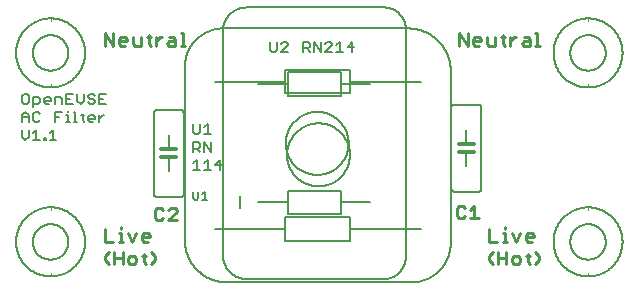
<source format=gto>
G75*
%MOIN*%
%OFA0B0*%
%FSLAX25Y25*%
%IPPOS*%
%LPD*%
%AMOC8*
5,1,8,0,0,1.08239X$1,22.5*
%
%ADD10C,0.00700*%
%ADD11C,0.00600*%
%ADD12C,0.00900*%
%ADD13C,0.00500*%
%ADD14C,0.01200*%
%ADD15C,0.00200*%
%ADD16C,0.00800*%
D10*
X0062694Y0039072D02*
X0064896Y0039072D01*
X0063795Y0039072D02*
X0063795Y0042375D01*
X0062694Y0041274D01*
X0066377Y0041274D02*
X0067478Y0042375D01*
X0067478Y0039072D01*
X0066377Y0039072D02*
X0068579Y0039072D01*
X0070060Y0040723D02*
X0072262Y0040723D01*
X0071712Y0042375D02*
X0070060Y0040723D01*
X0071712Y0039072D02*
X0071712Y0042375D01*
X0068579Y0045072D02*
X0068579Y0048375D01*
X0066377Y0048375D02*
X0068579Y0045072D01*
X0066377Y0045072D02*
X0066377Y0048375D01*
X0064896Y0047824D02*
X0064896Y0046723D01*
X0064345Y0046173D01*
X0062694Y0046173D01*
X0063795Y0046173D02*
X0064896Y0045072D01*
X0062694Y0045072D02*
X0062694Y0048375D01*
X0064345Y0048375D01*
X0064896Y0047824D01*
X0064345Y0051072D02*
X0064896Y0051623D01*
X0064896Y0054375D01*
X0066377Y0053274D02*
X0067478Y0054375D01*
X0067478Y0051072D01*
X0066377Y0051072D02*
X0068579Y0051072D01*
X0064345Y0051072D02*
X0063245Y0051072D01*
X0062694Y0051623D01*
X0062694Y0054375D01*
X0033591Y0061009D02*
X0031389Y0061009D01*
X0031389Y0064312D01*
X0033591Y0064312D01*
X0032490Y0062660D02*
X0031389Y0062660D01*
X0029908Y0062110D02*
X0029908Y0061560D01*
X0029358Y0061009D01*
X0028257Y0061009D01*
X0027706Y0061560D01*
X0028257Y0062660D02*
X0029358Y0062660D01*
X0029908Y0062110D01*
X0029908Y0063761D02*
X0029358Y0064312D01*
X0028257Y0064312D01*
X0027706Y0063761D01*
X0027706Y0063211D01*
X0028257Y0062660D01*
X0026225Y0062110D02*
X0025124Y0061009D01*
X0024023Y0062110D01*
X0024023Y0064312D01*
X0022542Y0064312D02*
X0020340Y0064312D01*
X0020340Y0061009D01*
X0022542Y0061009D01*
X0021441Y0062660D02*
X0020340Y0062660D01*
X0018859Y0062660D02*
X0018859Y0061009D01*
X0018859Y0062660D02*
X0018308Y0063211D01*
X0016657Y0063211D01*
X0016657Y0061009D01*
X0015176Y0062110D02*
X0012974Y0062110D01*
X0012974Y0062660D02*
X0013524Y0063211D01*
X0014625Y0063211D01*
X0015176Y0062660D01*
X0015176Y0062110D01*
X0014625Y0061009D02*
X0013524Y0061009D01*
X0012974Y0061560D01*
X0012974Y0062660D01*
X0011492Y0062660D02*
X0011492Y0061560D01*
X0010942Y0061009D01*
X0009291Y0061009D01*
X0009291Y0059908D02*
X0009291Y0063211D01*
X0010942Y0063211D01*
X0011492Y0062660D01*
X0007809Y0061560D02*
X0007809Y0063761D01*
X0007259Y0064312D01*
X0006158Y0064312D01*
X0005607Y0063761D01*
X0005607Y0061560D01*
X0006158Y0061009D01*
X0007259Y0061009D01*
X0007809Y0061560D01*
X0006708Y0058312D02*
X0007809Y0057211D01*
X0007809Y0055009D01*
X0009291Y0055560D02*
X0009841Y0055009D01*
X0010942Y0055009D01*
X0011492Y0055560D01*
X0009291Y0055560D02*
X0009291Y0057761D01*
X0009841Y0058312D01*
X0010942Y0058312D01*
X0011492Y0057761D01*
X0007809Y0056660D02*
X0005607Y0056660D01*
X0005607Y0057211D02*
X0005607Y0055009D01*
X0005607Y0057211D02*
X0006708Y0058312D01*
X0016657Y0058312D02*
X0016657Y0055009D01*
X0016657Y0056660D02*
X0017758Y0056660D01*
X0020340Y0057211D02*
X0020891Y0057211D01*
X0020891Y0055009D01*
X0021441Y0055009D02*
X0020340Y0055009D01*
X0022795Y0055009D02*
X0023896Y0055009D01*
X0023346Y0055009D02*
X0023346Y0058312D01*
X0022795Y0058312D01*
X0020891Y0058312D02*
X0020891Y0058862D01*
X0018859Y0058312D02*
X0016657Y0058312D01*
X0025251Y0057211D02*
X0026352Y0057211D01*
X0025801Y0057761D02*
X0025801Y0055560D01*
X0026352Y0055009D01*
X0027706Y0055560D02*
X0027706Y0056660D01*
X0028257Y0057211D01*
X0029358Y0057211D01*
X0029908Y0056660D01*
X0029908Y0056110D01*
X0027706Y0056110D01*
X0027706Y0055560D02*
X0028257Y0055009D01*
X0029358Y0055009D01*
X0031389Y0055009D02*
X0031389Y0057211D01*
X0031389Y0056110D02*
X0032490Y0057211D01*
X0033041Y0057211D01*
X0026225Y0062110D02*
X0026225Y0064312D01*
X0015916Y0052312D02*
X0015916Y0049009D01*
X0014815Y0049009D02*
X0017017Y0049009D01*
X0013524Y0049009D02*
X0012974Y0049009D01*
X0012974Y0049560D01*
X0013524Y0049560D01*
X0013524Y0049009D01*
X0011492Y0049009D02*
X0009291Y0049009D01*
X0010392Y0049009D02*
X0010392Y0052312D01*
X0009291Y0051211D01*
X0007809Y0050110D02*
X0007809Y0052312D01*
X0005607Y0052312D02*
X0005607Y0050110D01*
X0006708Y0049009D01*
X0007809Y0050110D01*
X0014815Y0051211D02*
X0015916Y0052312D01*
X0088285Y0078993D02*
X0088835Y0078442D01*
X0089936Y0078442D01*
X0090487Y0078993D01*
X0090487Y0081745D01*
X0091968Y0081194D02*
X0092518Y0081745D01*
X0093619Y0081745D01*
X0094170Y0081194D01*
X0094170Y0080644D01*
X0091968Y0078442D01*
X0094170Y0078442D01*
X0088285Y0078993D02*
X0088285Y0081745D01*
X0099334Y0081745D02*
X0099334Y0078442D01*
X0099334Y0079543D02*
X0100985Y0079543D01*
X0101536Y0080094D01*
X0101536Y0081194D01*
X0100985Y0081745D01*
X0099334Y0081745D01*
X0103017Y0081745D02*
X0105219Y0078442D01*
X0105219Y0081745D01*
X0106700Y0081194D02*
X0107251Y0081745D01*
X0108352Y0081745D01*
X0108902Y0081194D01*
X0108902Y0080644D01*
X0106700Y0078442D01*
X0108902Y0078442D01*
X0110384Y0078442D02*
X0112585Y0078442D01*
X0111484Y0078442D02*
X0111484Y0081745D01*
X0110384Y0080644D01*
X0114067Y0080094D02*
X0116269Y0080094D01*
X0115718Y0081745D02*
X0114067Y0080094D01*
X0115718Y0081745D02*
X0115718Y0078442D01*
X0103017Y0078442D02*
X0103017Y0081745D01*
X0100435Y0079543D02*
X0101536Y0078442D01*
D11*
X0059470Y0058128D02*
X0059470Y0031128D01*
X0059468Y0031068D01*
X0059463Y0031007D01*
X0059454Y0030948D01*
X0059441Y0030889D01*
X0059425Y0030830D01*
X0059405Y0030773D01*
X0059382Y0030718D01*
X0059355Y0030663D01*
X0059326Y0030611D01*
X0059293Y0030560D01*
X0059257Y0030511D01*
X0059219Y0030465D01*
X0059177Y0030421D01*
X0059133Y0030379D01*
X0059087Y0030341D01*
X0059038Y0030305D01*
X0058987Y0030272D01*
X0058935Y0030243D01*
X0058880Y0030216D01*
X0058825Y0030193D01*
X0058768Y0030173D01*
X0058709Y0030157D01*
X0058650Y0030144D01*
X0058591Y0030135D01*
X0058530Y0030130D01*
X0058470Y0030128D01*
X0050470Y0030128D01*
X0050410Y0030130D01*
X0050349Y0030135D01*
X0050290Y0030144D01*
X0050231Y0030157D01*
X0050172Y0030173D01*
X0050115Y0030193D01*
X0050060Y0030216D01*
X0050005Y0030243D01*
X0049953Y0030272D01*
X0049902Y0030305D01*
X0049853Y0030341D01*
X0049807Y0030379D01*
X0049763Y0030421D01*
X0049721Y0030465D01*
X0049683Y0030511D01*
X0049647Y0030560D01*
X0049614Y0030611D01*
X0049585Y0030663D01*
X0049558Y0030718D01*
X0049535Y0030773D01*
X0049515Y0030830D01*
X0049499Y0030889D01*
X0049486Y0030948D01*
X0049477Y0031007D01*
X0049472Y0031068D01*
X0049470Y0031128D01*
X0049470Y0058128D01*
X0049472Y0058188D01*
X0049477Y0058249D01*
X0049486Y0058308D01*
X0049499Y0058367D01*
X0049515Y0058426D01*
X0049535Y0058483D01*
X0049558Y0058538D01*
X0049585Y0058593D01*
X0049614Y0058645D01*
X0049647Y0058696D01*
X0049683Y0058745D01*
X0049721Y0058791D01*
X0049763Y0058835D01*
X0049807Y0058877D01*
X0049853Y0058915D01*
X0049902Y0058951D01*
X0049953Y0058984D01*
X0050005Y0059013D01*
X0050060Y0059040D01*
X0050115Y0059063D01*
X0050172Y0059083D01*
X0050231Y0059099D01*
X0050290Y0059112D01*
X0050349Y0059121D01*
X0050410Y0059126D01*
X0050470Y0059128D01*
X0058470Y0059128D01*
X0058530Y0059126D01*
X0058591Y0059121D01*
X0058650Y0059112D01*
X0058709Y0059099D01*
X0058768Y0059083D01*
X0058825Y0059063D01*
X0058880Y0059040D01*
X0058935Y0059013D01*
X0058987Y0058984D01*
X0059038Y0058951D01*
X0059087Y0058915D01*
X0059133Y0058877D01*
X0059177Y0058835D01*
X0059219Y0058791D01*
X0059257Y0058745D01*
X0059293Y0058696D01*
X0059326Y0058645D01*
X0059355Y0058593D01*
X0059382Y0058538D01*
X0059405Y0058483D01*
X0059425Y0058426D01*
X0059441Y0058367D01*
X0059454Y0058308D01*
X0059463Y0058249D01*
X0059468Y0058188D01*
X0059470Y0058128D01*
X0054470Y0050628D02*
X0054470Y0045928D01*
X0054470Y0043428D02*
X0054470Y0038628D01*
X0062644Y0031782D02*
X0062644Y0029613D01*
X0063078Y0029180D01*
X0063945Y0029180D01*
X0064379Y0029613D01*
X0064379Y0031782D01*
X0065591Y0030914D02*
X0066458Y0031782D01*
X0066458Y0029180D01*
X0065591Y0029180D02*
X0067325Y0029180D01*
X0003600Y0015100D02*
X0003603Y0015382D01*
X0003614Y0015664D01*
X0003631Y0015946D01*
X0003655Y0016227D01*
X0003686Y0016508D01*
X0003724Y0016787D01*
X0003769Y0017066D01*
X0003821Y0017344D01*
X0003879Y0017620D01*
X0003945Y0017894D01*
X0004017Y0018167D01*
X0004095Y0018438D01*
X0004180Y0018707D01*
X0004272Y0018974D01*
X0004371Y0019239D01*
X0004475Y0019501D01*
X0004587Y0019760D01*
X0004704Y0020017D01*
X0004828Y0020271D01*
X0004958Y0020521D01*
X0005094Y0020768D01*
X0005236Y0021012D01*
X0005384Y0021252D01*
X0005538Y0021489D01*
X0005698Y0021722D01*
X0005863Y0021951D01*
X0006034Y0022175D01*
X0006210Y0022396D01*
X0006392Y0022611D01*
X0006579Y0022823D01*
X0006771Y0023030D01*
X0006968Y0023232D01*
X0007170Y0023429D01*
X0007377Y0023621D01*
X0007589Y0023808D01*
X0007804Y0023990D01*
X0008025Y0024166D01*
X0008249Y0024337D01*
X0008478Y0024502D01*
X0008711Y0024662D01*
X0008948Y0024816D01*
X0009188Y0024964D01*
X0009432Y0025106D01*
X0009679Y0025242D01*
X0009929Y0025372D01*
X0010183Y0025496D01*
X0010440Y0025613D01*
X0010699Y0025725D01*
X0010961Y0025829D01*
X0011226Y0025928D01*
X0011493Y0026020D01*
X0011762Y0026105D01*
X0012033Y0026183D01*
X0012306Y0026255D01*
X0012580Y0026321D01*
X0012856Y0026379D01*
X0013134Y0026431D01*
X0013413Y0026476D01*
X0013692Y0026514D01*
X0013973Y0026545D01*
X0014254Y0026569D01*
X0014536Y0026586D01*
X0014818Y0026597D01*
X0015100Y0026600D01*
X0015382Y0026597D01*
X0015664Y0026586D01*
X0015946Y0026569D01*
X0016227Y0026545D01*
X0016508Y0026514D01*
X0016787Y0026476D01*
X0017066Y0026431D01*
X0017344Y0026379D01*
X0017620Y0026321D01*
X0017894Y0026255D01*
X0018167Y0026183D01*
X0018438Y0026105D01*
X0018707Y0026020D01*
X0018974Y0025928D01*
X0019239Y0025829D01*
X0019501Y0025725D01*
X0019760Y0025613D01*
X0020017Y0025496D01*
X0020271Y0025372D01*
X0020521Y0025242D01*
X0020768Y0025106D01*
X0021012Y0024964D01*
X0021252Y0024816D01*
X0021489Y0024662D01*
X0021722Y0024502D01*
X0021951Y0024337D01*
X0022175Y0024166D01*
X0022396Y0023990D01*
X0022611Y0023808D01*
X0022823Y0023621D01*
X0023030Y0023429D01*
X0023232Y0023232D01*
X0023429Y0023030D01*
X0023621Y0022823D01*
X0023808Y0022611D01*
X0023990Y0022396D01*
X0024166Y0022175D01*
X0024337Y0021951D01*
X0024502Y0021722D01*
X0024662Y0021489D01*
X0024816Y0021252D01*
X0024964Y0021012D01*
X0025106Y0020768D01*
X0025242Y0020521D01*
X0025372Y0020271D01*
X0025496Y0020017D01*
X0025613Y0019760D01*
X0025725Y0019501D01*
X0025829Y0019239D01*
X0025928Y0018974D01*
X0026020Y0018707D01*
X0026105Y0018438D01*
X0026183Y0018167D01*
X0026255Y0017894D01*
X0026321Y0017620D01*
X0026379Y0017344D01*
X0026431Y0017066D01*
X0026476Y0016787D01*
X0026514Y0016508D01*
X0026545Y0016227D01*
X0026569Y0015946D01*
X0026586Y0015664D01*
X0026597Y0015382D01*
X0026600Y0015100D01*
X0026597Y0014818D01*
X0026586Y0014536D01*
X0026569Y0014254D01*
X0026545Y0013973D01*
X0026514Y0013692D01*
X0026476Y0013413D01*
X0026431Y0013134D01*
X0026379Y0012856D01*
X0026321Y0012580D01*
X0026255Y0012306D01*
X0026183Y0012033D01*
X0026105Y0011762D01*
X0026020Y0011493D01*
X0025928Y0011226D01*
X0025829Y0010961D01*
X0025725Y0010699D01*
X0025613Y0010440D01*
X0025496Y0010183D01*
X0025372Y0009929D01*
X0025242Y0009679D01*
X0025106Y0009432D01*
X0024964Y0009188D01*
X0024816Y0008948D01*
X0024662Y0008711D01*
X0024502Y0008478D01*
X0024337Y0008249D01*
X0024166Y0008025D01*
X0023990Y0007804D01*
X0023808Y0007589D01*
X0023621Y0007377D01*
X0023429Y0007170D01*
X0023232Y0006968D01*
X0023030Y0006771D01*
X0022823Y0006579D01*
X0022611Y0006392D01*
X0022396Y0006210D01*
X0022175Y0006034D01*
X0021951Y0005863D01*
X0021722Y0005698D01*
X0021489Y0005538D01*
X0021252Y0005384D01*
X0021012Y0005236D01*
X0020768Y0005094D01*
X0020521Y0004958D01*
X0020271Y0004828D01*
X0020017Y0004704D01*
X0019760Y0004587D01*
X0019501Y0004475D01*
X0019239Y0004371D01*
X0018974Y0004272D01*
X0018707Y0004180D01*
X0018438Y0004095D01*
X0018167Y0004017D01*
X0017894Y0003945D01*
X0017620Y0003879D01*
X0017344Y0003821D01*
X0017066Y0003769D01*
X0016787Y0003724D01*
X0016508Y0003686D01*
X0016227Y0003655D01*
X0015946Y0003631D01*
X0015664Y0003614D01*
X0015382Y0003603D01*
X0015100Y0003600D01*
X0014818Y0003603D01*
X0014536Y0003614D01*
X0014254Y0003631D01*
X0013973Y0003655D01*
X0013692Y0003686D01*
X0013413Y0003724D01*
X0013134Y0003769D01*
X0012856Y0003821D01*
X0012580Y0003879D01*
X0012306Y0003945D01*
X0012033Y0004017D01*
X0011762Y0004095D01*
X0011493Y0004180D01*
X0011226Y0004272D01*
X0010961Y0004371D01*
X0010699Y0004475D01*
X0010440Y0004587D01*
X0010183Y0004704D01*
X0009929Y0004828D01*
X0009679Y0004958D01*
X0009432Y0005094D01*
X0009188Y0005236D01*
X0008948Y0005384D01*
X0008711Y0005538D01*
X0008478Y0005698D01*
X0008249Y0005863D01*
X0008025Y0006034D01*
X0007804Y0006210D01*
X0007589Y0006392D01*
X0007377Y0006579D01*
X0007170Y0006771D01*
X0006968Y0006968D01*
X0006771Y0007170D01*
X0006579Y0007377D01*
X0006392Y0007589D01*
X0006210Y0007804D01*
X0006034Y0008025D01*
X0005863Y0008249D01*
X0005698Y0008478D01*
X0005538Y0008711D01*
X0005384Y0008948D01*
X0005236Y0009188D01*
X0005094Y0009432D01*
X0004958Y0009679D01*
X0004828Y0009929D01*
X0004704Y0010183D01*
X0004587Y0010440D01*
X0004475Y0010699D01*
X0004371Y0010961D01*
X0004272Y0011226D01*
X0004180Y0011493D01*
X0004095Y0011762D01*
X0004017Y0012033D01*
X0003945Y0012306D01*
X0003879Y0012580D01*
X0003821Y0012856D01*
X0003769Y0013134D01*
X0003724Y0013413D01*
X0003686Y0013692D01*
X0003655Y0013973D01*
X0003631Y0014254D01*
X0003614Y0014536D01*
X0003603Y0014818D01*
X0003600Y0015100D01*
X0003600Y0078092D02*
X0003603Y0078374D01*
X0003614Y0078656D01*
X0003631Y0078938D01*
X0003655Y0079219D01*
X0003686Y0079500D01*
X0003724Y0079779D01*
X0003769Y0080058D01*
X0003821Y0080336D01*
X0003879Y0080612D01*
X0003945Y0080886D01*
X0004017Y0081159D01*
X0004095Y0081430D01*
X0004180Y0081699D01*
X0004272Y0081966D01*
X0004371Y0082231D01*
X0004475Y0082493D01*
X0004587Y0082752D01*
X0004704Y0083009D01*
X0004828Y0083263D01*
X0004958Y0083513D01*
X0005094Y0083760D01*
X0005236Y0084004D01*
X0005384Y0084244D01*
X0005538Y0084481D01*
X0005698Y0084714D01*
X0005863Y0084943D01*
X0006034Y0085167D01*
X0006210Y0085388D01*
X0006392Y0085603D01*
X0006579Y0085815D01*
X0006771Y0086022D01*
X0006968Y0086224D01*
X0007170Y0086421D01*
X0007377Y0086613D01*
X0007589Y0086800D01*
X0007804Y0086982D01*
X0008025Y0087158D01*
X0008249Y0087329D01*
X0008478Y0087494D01*
X0008711Y0087654D01*
X0008948Y0087808D01*
X0009188Y0087956D01*
X0009432Y0088098D01*
X0009679Y0088234D01*
X0009929Y0088364D01*
X0010183Y0088488D01*
X0010440Y0088605D01*
X0010699Y0088717D01*
X0010961Y0088821D01*
X0011226Y0088920D01*
X0011493Y0089012D01*
X0011762Y0089097D01*
X0012033Y0089175D01*
X0012306Y0089247D01*
X0012580Y0089313D01*
X0012856Y0089371D01*
X0013134Y0089423D01*
X0013413Y0089468D01*
X0013692Y0089506D01*
X0013973Y0089537D01*
X0014254Y0089561D01*
X0014536Y0089578D01*
X0014818Y0089589D01*
X0015100Y0089592D01*
X0015382Y0089589D01*
X0015664Y0089578D01*
X0015946Y0089561D01*
X0016227Y0089537D01*
X0016508Y0089506D01*
X0016787Y0089468D01*
X0017066Y0089423D01*
X0017344Y0089371D01*
X0017620Y0089313D01*
X0017894Y0089247D01*
X0018167Y0089175D01*
X0018438Y0089097D01*
X0018707Y0089012D01*
X0018974Y0088920D01*
X0019239Y0088821D01*
X0019501Y0088717D01*
X0019760Y0088605D01*
X0020017Y0088488D01*
X0020271Y0088364D01*
X0020521Y0088234D01*
X0020768Y0088098D01*
X0021012Y0087956D01*
X0021252Y0087808D01*
X0021489Y0087654D01*
X0021722Y0087494D01*
X0021951Y0087329D01*
X0022175Y0087158D01*
X0022396Y0086982D01*
X0022611Y0086800D01*
X0022823Y0086613D01*
X0023030Y0086421D01*
X0023232Y0086224D01*
X0023429Y0086022D01*
X0023621Y0085815D01*
X0023808Y0085603D01*
X0023990Y0085388D01*
X0024166Y0085167D01*
X0024337Y0084943D01*
X0024502Y0084714D01*
X0024662Y0084481D01*
X0024816Y0084244D01*
X0024964Y0084004D01*
X0025106Y0083760D01*
X0025242Y0083513D01*
X0025372Y0083263D01*
X0025496Y0083009D01*
X0025613Y0082752D01*
X0025725Y0082493D01*
X0025829Y0082231D01*
X0025928Y0081966D01*
X0026020Y0081699D01*
X0026105Y0081430D01*
X0026183Y0081159D01*
X0026255Y0080886D01*
X0026321Y0080612D01*
X0026379Y0080336D01*
X0026431Y0080058D01*
X0026476Y0079779D01*
X0026514Y0079500D01*
X0026545Y0079219D01*
X0026569Y0078938D01*
X0026586Y0078656D01*
X0026597Y0078374D01*
X0026600Y0078092D01*
X0026597Y0077810D01*
X0026586Y0077528D01*
X0026569Y0077246D01*
X0026545Y0076965D01*
X0026514Y0076684D01*
X0026476Y0076405D01*
X0026431Y0076126D01*
X0026379Y0075848D01*
X0026321Y0075572D01*
X0026255Y0075298D01*
X0026183Y0075025D01*
X0026105Y0074754D01*
X0026020Y0074485D01*
X0025928Y0074218D01*
X0025829Y0073953D01*
X0025725Y0073691D01*
X0025613Y0073432D01*
X0025496Y0073175D01*
X0025372Y0072921D01*
X0025242Y0072671D01*
X0025106Y0072424D01*
X0024964Y0072180D01*
X0024816Y0071940D01*
X0024662Y0071703D01*
X0024502Y0071470D01*
X0024337Y0071241D01*
X0024166Y0071017D01*
X0023990Y0070796D01*
X0023808Y0070581D01*
X0023621Y0070369D01*
X0023429Y0070162D01*
X0023232Y0069960D01*
X0023030Y0069763D01*
X0022823Y0069571D01*
X0022611Y0069384D01*
X0022396Y0069202D01*
X0022175Y0069026D01*
X0021951Y0068855D01*
X0021722Y0068690D01*
X0021489Y0068530D01*
X0021252Y0068376D01*
X0021012Y0068228D01*
X0020768Y0068086D01*
X0020521Y0067950D01*
X0020271Y0067820D01*
X0020017Y0067696D01*
X0019760Y0067579D01*
X0019501Y0067467D01*
X0019239Y0067363D01*
X0018974Y0067264D01*
X0018707Y0067172D01*
X0018438Y0067087D01*
X0018167Y0067009D01*
X0017894Y0066937D01*
X0017620Y0066871D01*
X0017344Y0066813D01*
X0017066Y0066761D01*
X0016787Y0066716D01*
X0016508Y0066678D01*
X0016227Y0066647D01*
X0015946Y0066623D01*
X0015664Y0066606D01*
X0015382Y0066595D01*
X0015100Y0066592D01*
X0014818Y0066595D01*
X0014536Y0066606D01*
X0014254Y0066623D01*
X0013973Y0066647D01*
X0013692Y0066678D01*
X0013413Y0066716D01*
X0013134Y0066761D01*
X0012856Y0066813D01*
X0012580Y0066871D01*
X0012306Y0066937D01*
X0012033Y0067009D01*
X0011762Y0067087D01*
X0011493Y0067172D01*
X0011226Y0067264D01*
X0010961Y0067363D01*
X0010699Y0067467D01*
X0010440Y0067579D01*
X0010183Y0067696D01*
X0009929Y0067820D01*
X0009679Y0067950D01*
X0009432Y0068086D01*
X0009188Y0068228D01*
X0008948Y0068376D01*
X0008711Y0068530D01*
X0008478Y0068690D01*
X0008249Y0068855D01*
X0008025Y0069026D01*
X0007804Y0069202D01*
X0007589Y0069384D01*
X0007377Y0069571D01*
X0007170Y0069763D01*
X0006968Y0069960D01*
X0006771Y0070162D01*
X0006579Y0070369D01*
X0006392Y0070581D01*
X0006210Y0070796D01*
X0006034Y0071017D01*
X0005863Y0071241D01*
X0005698Y0071470D01*
X0005538Y0071703D01*
X0005384Y0071940D01*
X0005236Y0072180D01*
X0005094Y0072424D01*
X0004958Y0072671D01*
X0004828Y0072921D01*
X0004704Y0073175D01*
X0004587Y0073432D01*
X0004475Y0073691D01*
X0004371Y0073953D01*
X0004272Y0074218D01*
X0004180Y0074485D01*
X0004095Y0074754D01*
X0004017Y0075025D01*
X0003945Y0075298D01*
X0003879Y0075572D01*
X0003821Y0075848D01*
X0003769Y0076126D01*
X0003724Y0076405D01*
X0003686Y0076684D01*
X0003655Y0076965D01*
X0003631Y0077246D01*
X0003614Y0077528D01*
X0003603Y0077810D01*
X0003600Y0078092D01*
X0148683Y0059860D02*
X0148683Y0032860D01*
X0148685Y0032800D01*
X0148690Y0032739D01*
X0148699Y0032680D01*
X0148712Y0032621D01*
X0148728Y0032562D01*
X0148748Y0032505D01*
X0148771Y0032450D01*
X0148798Y0032395D01*
X0148827Y0032343D01*
X0148860Y0032292D01*
X0148896Y0032243D01*
X0148934Y0032197D01*
X0148976Y0032153D01*
X0149020Y0032111D01*
X0149066Y0032073D01*
X0149115Y0032037D01*
X0149166Y0032004D01*
X0149218Y0031975D01*
X0149273Y0031948D01*
X0149328Y0031925D01*
X0149385Y0031905D01*
X0149444Y0031889D01*
X0149503Y0031876D01*
X0149562Y0031867D01*
X0149623Y0031862D01*
X0149683Y0031860D01*
X0157683Y0031860D01*
X0157743Y0031862D01*
X0157804Y0031867D01*
X0157863Y0031876D01*
X0157922Y0031889D01*
X0157981Y0031905D01*
X0158038Y0031925D01*
X0158093Y0031948D01*
X0158148Y0031975D01*
X0158200Y0032004D01*
X0158251Y0032037D01*
X0158300Y0032073D01*
X0158346Y0032111D01*
X0158390Y0032153D01*
X0158432Y0032197D01*
X0158470Y0032243D01*
X0158506Y0032292D01*
X0158539Y0032343D01*
X0158568Y0032395D01*
X0158595Y0032450D01*
X0158618Y0032505D01*
X0158638Y0032562D01*
X0158654Y0032621D01*
X0158667Y0032680D01*
X0158676Y0032739D01*
X0158681Y0032800D01*
X0158683Y0032860D01*
X0158683Y0059860D01*
X0158681Y0059920D01*
X0158676Y0059981D01*
X0158667Y0060040D01*
X0158654Y0060099D01*
X0158638Y0060158D01*
X0158618Y0060215D01*
X0158595Y0060270D01*
X0158568Y0060325D01*
X0158539Y0060377D01*
X0158506Y0060428D01*
X0158470Y0060477D01*
X0158432Y0060523D01*
X0158390Y0060567D01*
X0158346Y0060609D01*
X0158300Y0060647D01*
X0158251Y0060683D01*
X0158200Y0060716D01*
X0158148Y0060745D01*
X0158093Y0060772D01*
X0158038Y0060795D01*
X0157981Y0060815D01*
X0157922Y0060831D01*
X0157863Y0060844D01*
X0157804Y0060853D01*
X0157743Y0060858D01*
X0157683Y0060860D01*
X0149683Y0060860D01*
X0149623Y0060858D01*
X0149562Y0060853D01*
X0149503Y0060844D01*
X0149444Y0060831D01*
X0149385Y0060815D01*
X0149328Y0060795D01*
X0149273Y0060772D01*
X0149218Y0060745D01*
X0149166Y0060716D01*
X0149115Y0060683D01*
X0149066Y0060647D01*
X0149020Y0060609D01*
X0148976Y0060567D01*
X0148934Y0060523D01*
X0148896Y0060477D01*
X0148860Y0060428D01*
X0148827Y0060377D01*
X0148798Y0060325D01*
X0148771Y0060270D01*
X0148748Y0060215D01*
X0148728Y0060158D01*
X0148712Y0060099D01*
X0148699Y0060040D01*
X0148690Y0059981D01*
X0148685Y0059920D01*
X0148683Y0059860D01*
X0153683Y0052360D02*
X0153683Y0047660D01*
X0153683Y0045160D02*
X0153683Y0040360D01*
X0182734Y0015100D02*
X0182737Y0015382D01*
X0182748Y0015664D01*
X0182765Y0015946D01*
X0182789Y0016227D01*
X0182820Y0016508D01*
X0182858Y0016787D01*
X0182903Y0017066D01*
X0182955Y0017344D01*
X0183013Y0017620D01*
X0183079Y0017894D01*
X0183151Y0018167D01*
X0183229Y0018438D01*
X0183314Y0018707D01*
X0183406Y0018974D01*
X0183505Y0019239D01*
X0183609Y0019501D01*
X0183721Y0019760D01*
X0183838Y0020017D01*
X0183962Y0020271D01*
X0184092Y0020521D01*
X0184228Y0020768D01*
X0184370Y0021012D01*
X0184518Y0021252D01*
X0184672Y0021489D01*
X0184832Y0021722D01*
X0184997Y0021951D01*
X0185168Y0022175D01*
X0185344Y0022396D01*
X0185526Y0022611D01*
X0185713Y0022823D01*
X0185905Y0023030D01*
X0186102Y0023232D01*
X0186304Y0023429D01*
X0186511Y0023621D01*
X0186723Y0023808D01*
X0186938Y0023990D01*
X0187159Y0024166D01*
X0187383Y0024337D01*
X0187612Y0024502D01*
X0187845Y0024662D01*
X0188082Y0024816D01*
X0188322Y0024964D01*
X0188566Y0025106D01*
X0188813Y0025242D01*
X0189063Y0025372D01*
X0189317Y0025496D01*
X0189574Y0025613D01*
X0189833Y0025725D01*
X0190095Y0025829D01*
X0190360Y0025928D01*
X0190627Y0026020D01*
X0190896Y0026105D01*
X0191167Y0026183D01*
X0191440Y0026255D01*
X0191714Y0026321D01*
X0191990Y0026379D01*
X0192268Y0026431D01*
X0192547Y0026476D01*
X0192826Y0026514D01*
X0193107Y0026545D01*
X0193388Y0026569D01*
X0193670Y0026586D01*
X0193952Y0026597D01*
X0194234Y0026600D01*
X0194516Y0026597D01*
X0194798Y0026586D01*
X0195080Y0026569D01*
X0195361Y0026545D01*
X0195642Y0026514D01*
X0195921Y0026476D01*
X0196200Y0026431D01*
X0196478Y0026379D01*
X0196754Y0026321D01*
X0197028Y0026255D01*
X0197301Y0026183D01*
X0197572Y0026105D01*
X0197841Y0026020D01*
X0198108Y0025928D01*
X0198373Y0025829D01*
X0198635Y0025725D01*
X0198894Y0025613D01*
X0199151Y0025496D01*
X0199405Y0025372D01*
X0199655Y0025242D01*
X0199902Y0025106D01*
X0200146Y0024964D01*
X0200386Y0024816D01*
X0200623Y0024662D01*
X0200856Y0024502D01*
X0201085Y0024337D01*
X0201309Y0024166D01*
X0201530Y0023990D01*
X0201745Y0023808D01*
X0201957Y0023621D01*
X0202164Y0023429D01*
X0202366Y0023232D01*
X0202563Y0023030D01*
X0202755Y0022823D01*
X0202942Y0022611D01*
X0203124Y0022396D01*
X0203300Y0022175D01*
X0203471Y0021951D01*
X0203636Y0021722D01*
X0203796Y0021489D01*
X0203950Y0021252D01*
X0204098Y0021012D01*
X0204240Y0020768D01*
X0204376Y0020521D01*
X0204506Y0020271D01*
X0204630Y0020017D01*
X0204747Y0019760D01*
X0204859Y0019501D01*
X0204963Y0019239D01*
X0205062Y0018974D01*
X0205154Y0018707D01*
X0205239Y0018438D01*
X0205317Y0018167D01*
X0205389Y0017894D01*
X0205455Y0017620D01*
X0205513Y0017344D01*
X0205565Y0017066D01*
X0205610Y0016787D01*
X0205648Y0016508D01*
X0205679Y0016227D01*
X0205703Y0015946D01*
X0205720Y0015664D01*
X0205731Y0015382D01*
X0205734Y0015100D01*
X0205731Y0014818D01*
X0205720Y0014536D01*
X0205703Y0014254D01*
X0205679Y0013973D01*
X0205648Y0013692D01*
X0205610Y0013413D01*
X0205565Y0013134D01*
X0205513Y0012856D01*
X0205455Y0012580D01*
X0205389Y0012306D01*
X0205317Y0012033D01*
X0205239Y0011762D01*
X0205154Y0011493D01*
X0205062Y0011226D01*
X0204963Y0010961D01*
X0204859Y0010699D01*
X0204747Y0010440D01*
X0204630Y0010183D01*
X0204506Y0009929D01*
X0204376Y0009679D01*
X0204240Y0009432D01*
X0204098Y0009188D01*
X0203950Y0008948D01*
X0203796Y0008711D01*
X0203636Y0008478D01*
X0203471Y0008249D01*
X0203300Y0008025D01*
X0203124Y0007804D01*
X0202942Y0007589D01*
X0202755Y0007377D01*
X0202563Y0007170D01*
X0202366Y0006968D01*
X0202164Y0006771D01*
X0201957Y0006579D01*
X0201745Y0006392D01*
X0201530Y0006210D01*
X0201309Y0006034D01*
X0201085Y0005863D01*
X0200856Y0005698D01*
X0200623Y0005538D01*
X0200386Y0005384D01*
X0200146Y0005236D01*
X0199902Y0005094D01*
X0199655Y0004958D01*
X0199405Y0004828D01*
X0199151Y0004704D01*
X0198894Y0004587D01*
X0198635Y0004475D01*
X0198373Y0004371D01*
X0198108Y0004272D01*
X0197841Y0004180D01*
X0197572Y0004095D01*
X0197301Y0004017D01*
X0197028Y0003945D01*
X0196754Y0003879D01*
X0196478Y0003821D01*
X0196200Y0003769D01*
X0195921Y0003724D01*
X0195642Y0003686D01*
X0195361Y0003655D01*
X0195080Y0003631D01*
X0194798Y0003614D01*
X0194516Y0003603D01*
X0194234Y0003600D01*
X0193952Y0003603D01*
X0193670Y0003614D01*
X0193388Y0003631D01*
X0193107Y0003655D01*
X0192826Y0003686D01*
X0192547Y0003724D01*
X0192268Y0003769D01*
X0191990Y0003821D01*
X0191714Y0003879D01*
X0191440Y0003945D01*
X0191167Y0004017D01*
X0190896Y0004095D01*
X0190627Y0004180D01*
X0190360Y0004272D01*
X0190095Y0004371D01*
X0189833Y0004475D01*
X0189574Y0004587D01*
X0189317Y0004704D01*
X0189063Y0004828D01*
X0188813Y0004958D01*
X0188566Y0005094D01*
X0188322Y0005236D01*
X0188082Y0005384D01*
X0187845Y0005538D01*
X0187612Y0005698D01*
X0187383Y0005863D01*
X0187159Y0006034D01*
X0186938Y0006210D01*
X0186723Y0006392D01*
X0186511Y0006579D01*
X0186304Y0006771D01*
X0186102Y0006968D01*
X0185905Y0007170D01*
X0185713Y0007377D01*
X0185526Y0007589D01*
X0185344Y0007804D01*
X0185168Y0008025D01*
X0184997Y0008249D01*
X0184832Y0008478D01*
X0184672Y0008711D01*
X0184518Y0008948D01*
X0184370Y0009188D01*
X0184228Y0009432D01*
X0184092Y0009679D01*
X0183962Y0009929D01*
X0183838Y0010183D01*
X0183721Y0010440D01*
X0183609Y0010699D01*
X0183505Y0010961D01*
X0183406Y0011226D01*
X0183314Y0011493D01*
X0183229Y0011762D01*
X0183151Y0012033D01*
X0183079Y0012306D01*
X0183013Y0012580D01*
X0182955Y0012856D01*
X0182903Y0013134D01*
X0182858Y0013413D01*
X0182820Y0013692D01*
X0182789Y0013973D01*
X0182765Y0014254D01*
X0182748Y0014536D01*
X0182737Y0014818D01*
X0182734Y0015100D01*
X0182734Y0078092D02*
X0182737Y0078374D01*
X0182748Y0078656D01*
X0182765Y0078938D01*
X0182789Y0079219D01*
X0182820Y0079500D01*
X0182858Y0079779D01*
X0182903Y0080058D01*
X0182955Y0080336D01*
X0183013Y0080612D01*
X0183079Y0080886D01*
X0183151Y0081159D01*
X0183229Y0081430D01*
X0183314Y0081699D01*
X0183406Y0081966D01*
X0183505Y0082231D01*
X0183609Y0082493D01*
X0183721Y0082752D01*
X0183838Y0083009D01*
X0183962Y0083263D01*
X0184092Y0083513D01*
X0184228Y0083760D01*
X0184370Y0084004D01*
X0184518Y0084244D01*
X0184672Y0084481D01*
X0184832Y0084714D01*
X0184997Y0084943D01*
X0185168Y0085167D01*
X0185344Y0085388D01*
X0185526Y0085603D01*
X0185713Y0085815D01*
X0185905Y0086022D01*
X0186102Y0086224D01*
X0186304Y0086421D01*
X0186511Y0086613D01*
X0186723Y0086800D01*
X0186938Y0086982D01*
X0187159Y0087158D01*
X0187383Y0087329D01*
X0187612Y0087494D01*
X0187845Y0087654D01*
X0188082Y0087808D01*
X0188322Y0087956D01*
X0188566Y0088098D01*
X0188813Y0088234D01*
X0189063Y0088364D01*
X0189317Y0088488D01*
X0189574Y0088605D01*
X0189833Y0088717D01*
X0190095Y0088821D01*
X0190360Y0088920D01*
X0190627Y0089012D01*
X0190896Y0089097D01*
X0191167Y0089175D01*
X0191440Y0089247D01*
X0191714Y0089313D01*
X0191990Y0089371D01*
X0192268Y0089423D01*
X0192547Y0089468D01*
X0192826Y0089506D01*
X0193107Y0089537D01*
X0193388Y0089561D01*
X0193670Y0089578D01*
X0193952Y0089589D01*
X0194234Y0089592D01*
X0194516Y0089589D01*
X0194798Y0089578D01*
X0195080Y0089561D01*
X0195361Y0089537D01*
X0195642Y0089506D01*
X0195921Y0089468D01*
X0196200Y0089423D01*
X0196478Y0089371D01*
X0196754Y0089313D01*
X0197028Y0089247D01*
X0197301Y0089175D01*
X0197572Y0089097D01*
X0197841Y0089012D01*
X0198108Y0088920D01*
X0198373Y0088821D01*
X0198635Y0088717D01*
X0198894Y0088605D01*
X0199151Y0088488D01*
X0199405Y0088364D01*
X0199655Y0088234D01*
X0199902Y0088098D01*
X0200146Y0087956D01*
X0200386Y0087808D01*
X0200623Y0087654D01*
X0200856Y0087494D01*
X0201085Y0087329D01*
X0201309Y0087158D01*
X0201530Y0086982D01*
X0201745Y0086800D01*
X0201957Y0086613D01*
X0202164Y0086421D01*
X0202366Y0086224D01*
X0202563Y0086022D01*
X0202755Y0085815D01*
X0202942Y0085603D01*
X0203124Y0085388D01*
X0203300Y0085167D01*
X0203471Y0084943D01*
X0203636Y0084714D01*
X0203796Y0084481D01*
X0203950Y0084244D01*
X0204098Y0084004D01*
X0204240Y0083760D01*
X0204376Y0083513D01*
X0204506Y0083263D01*
X0204630Y0083009D01*
X0204747Y0082752D01*
X0204859Y0082493D01*
X0204963Y0082231D01*
X0205062Y0081966D01*
X0205154Y0081699D01*
X0205239Y0081430D01*
X0205317Y0081159D01*
X0205389Y0080886D01*
X0205455Y0080612D01*
X0205513Y0080336D01*
X0205565Y0080058D01*
X0205610Y0079779D01*
X0205648Y0079500D01*
X0205679Y0079219D01*
X0205703Y0078938D01*
X0205720Y0078656D01*
X0205731Y0078374D01*
X0205734Y0078092D01*
X0205731Y0077810D01*
X0205720Y0077528D01*
X0205703Y0077246D01*
X0205679Y0076965D01*
X0205648Y0076684D01*
X0205610Y0076405D01*
X0205565Y0076126D01*
X0205513Y0075848D01*
X0205455Y0075572D01*
X0205389Y0075298D01*
X0205317Y0075025D01*
X0205239Y0074754D01*
X0205154Y0074485D01*
X0205062Y0074218D01*
X0204963Y0073953D01*
X0204859Y0073691D01*
X0204747Y0073432D01*
X0204630Y0073175D01*
X0204506Y0072921D01*
X0204376Y0072671D01*
X0204240Y0072424D01*
X0204098Y0072180D01*
X0203950Y0071940D01*
X0203796Y0071703D01*
X0203636Y0071470D01*
X0203471Y0071241D01*
X0203300Y0071017D01*
X0203124Y0070796D01*
X0202942Y0070581D01*
X0202755Y0070369D01*
X0202563Y0070162D01*
X0202366Y0069960D01*
X0202164Y0069763D01*
X0201957Y0069571D01*
X0201745Y0069384D01*
X0201530Y0069202D01*
X0201309Y0069026D01*
X0201085Y0068855D01*
X0200856Y0068690D01*
X0200623Y0068530D01*
X0200386Y0068376D01*
X0200146Y0068228D01*
X0199902Y0068086D01*
X0199655Y0067950D01*
X0199405Y0067820D01*
X0199151Y0067696D01*
X0198894Y0067579D01*
X0198635Y0067467D01*
X0198373Y0067363D01*
X0198108Y0067264D01*
X0197841Y0067172D01*
X0197572Y0067087D01*
X0197301Y0067009D01*
X0197028Y0066937D01*
X0196754Y0066871D01*
X0196478Y0066813D01*
X0196200Y0066761D01*
X0195921Y0066716D01*
X0195642Y0066678D01*
X0195361Y0066647D01*
X0195080Y0066623D01*
X0194798Y0066606D01*
X0194516Y0066595D01*
X0194234Y0066592D01*
X0193952Y0066595D01*
X0193670Y0066606D01*
X0193388Y0066623D01*
X0193107Y0066647D01*
X0192826Y0066678D01*
X0192547Y0066716D01*
X0192268Y0066761D01*
X0191990Y0066813D01*
X0191714Y0066871D01*
X0191440Y0066937D01*
X0191167Y0067009D01*
X0190896Y0067087D01*
X0190627Y0067172D01*
X0190360Y0067264D01*
X0190095Y0067363D01*
X0189833Y0067467D01*
X0189574Y0067579D01*
X0189317Y0067696D01*
X0189063Y0067820D01*
X0188813Y0067950D01*
X0188566Y0068086D01*
X0188322Y0068228D01*
X0188082Y0068376D01*
X0187845Y0068530D01*
X0187612Y0068690D01*
X0187383Y0068855D01*
X0187159Y0069026D01*
X0186938Y0069202D01*
X0186723Y0069384D01*
X0186511Y0069571D01*
X0186304Y0069763D01*
X0186102Y0069960D01*
X0185905Y0070162D01*
X0185713Y0070369D01*
X0185526Y0070581D01*
X0185344Y0070796D01*
X0185168Y0071017D01*
X0184997Y0071241D01*
X0184832Y0071470D01*
X0184672Y0071703D01*
X0184518Y0071940D01*
X0184370Y0072180D01*
X0184228Y0072424D01*
X0184092Y0072671D01*
X0183962Y0072921D01*
X0183838Y0073175D01*
X0183721Y0073432D01*
X0183609Y0073691D01*
X0183505Y0073953D01*
X0183406Y0074218D01*
X0183314Y0074485D01*
X0183229Y0074754D01*
X0183151Y0075025D01*
X0183079Y0075298D01*
X0183013Y0075572D01*
X0182955Y0075848D01*
X0182903Y0076126D01*
X0182858Y0076405D01*
X0182820Y0076684D01*
X0182789Y0076965D01*
X0182765Y0077246D01*
X0182748Y0077528D01*
X0182737Y0077810D01*
X0182734Y0078092D01*
D12*
X0178066Y0080511D02*
X0176698Y0080511D01*
X0177382Y0080511D02*
X0177382Y0084614D01*
X0176698Y0084614D01*
X0174830Y0082562D02*
X0174830Y0080511D01*
X0172778Y0080511D01*
X0172094Y0081195D01*
X0172778Y0081878D01*
X0174830Y0081878D01*
X0174830Y0082562D02*
X0174146Y0083246D01*
X0172778Y0083246D01*
X0170310Y0083246D02*
X0169626Y0083246D01*
X0168258Y0081878D01*
X0168258Y0080511D02*
X0168258Y0083246D01*
X0166556Y0083246D02*
X0165189Y0083246D01*
X0165872Y0083930D02*
X0165872Y0081195D01*
X0166556Y0080511D01*
X0163320Y0080511D02*
X0163320Y0083246D01*
X0160585Y0083246D02*
X0160585Y0081195D01*
X0161269Y0080511D01*
X0163320Y0080511D01*
X0158716Y0081878D02*
X0158716Y0082562D01*
X0158032Y0083246D01*
X0156665Y0083246D01*
X0155981Y0082562D01*
X0155981Y0081195D01*
X0156665Y0080511D01*
X0158032Y0080511D01*
X0158716Y0081878D02*
X0155981Y0081878D01*
X0154112Y0080511D02*
X0154112Y0084614D01*
X0151377Y0084614D02*
X0154112Y0080511D01*
X0151377Y0080511D02*
X0151377Y0084614D01*
X0059956Y0080511D02*
X0058588Y0080511D01*
X0059272Y0080511D02*
X0059272Y0084614D01*
X0058588Y0084614D01*
X0056720Y0082562D02*
X0056036Y0083246D01*
X0054668Y0083246D01*
X0054668Y0081878D02*
X0056720Y0081878D01*
X0056720Y0082562D02*
X0056720Y0080511D01*
X0054668Y0080511D01*
X0053984Y0081195D01*
X0054668Y0081878D01*
X0052199Y0083246D02*
X0051515Y0083246D01*
X0050148Y0081878D01*
X0050148Y0080511D02*
X0050148Y0083246D01*
X0048446Y0083246D02*
X0047078Y0083246D01*
X0047762Y0083930D02*
X0047762Y0081195D01*
X0048446Y0080511D01*
X0045210Y0080511D02*
X0045210Y0083246D01*
X0042474Y0083246D02*
X0042474Y0081195D01*
X0043158Y0080511D01*
X0045210Y0080511D01*
X0040606Y0081878D02*
X0037870Y0081878D01*
X0037870Y0081195D02*
X0037870Y0082562D01*
X0038554Y0083246D01*
X0039922Y0083246D01*
X0040606Y0082562D01*
X0040606Y0081878D01*
X0038554Y0080511D02*
X0037870Y0081195D01*
X0038554Y0080511D02*
X0039922Y0080511D01*
X0036002Y0080511D02*
X0036002Y0084614D01*
X0033267Y0084614D02*
X0036002Y0080511D01*
X0033267Y0080511D02*
X0033267Y0084614D01*
X0150405Y0026474D02*
X0151089Y0027157D01*
X0152457Y0027157D01*
X0153141Y0026474D01*
X0155009Y0025790D02*
X0156377Y0027157D01*
X0156377Y0023054D01*
X0155009Y0023054D02*
X0157745Y0023054D01*
X0153141Y0023738D02*
X0152457Y0023054D01*
X0151089Y0023054D01*
X0150405Y0023738D01*
X0150405Y0026474D01*
X0161219Y0019279D02*
X0161219Y0015176D01*
X0163955Y0015176D01*
X0165823Y0015176D02*
X0167191Y0015176D01*
X0166507Y0015176D02*
X0166507Y0017912D01*
X0165823Y0017912D01*
X0166507Y0019279D02*
X0166507Y0019963D01*
X0168892Y0017912D02*
X0170260Y0015176D01*
X0171628Y0017912D01*
X0173496Y0017228D02*
X0174180Y0017912D01*
X0175548Y0017912D01*
X0176232Y0017228D01*
X0176232Y0016544D01*
X0173496Y0016544D01*
X0173496Y0015860D02*
X0173496Y0017228D01*
X0173496Y0015860D02*
X0174180Y0015176D01*
X0175548Y0015176D01*
X0176566Y0011779D02*
X0177934Y0010412D01*
X0177934Y0009044D01*
X0176566Y0007676D01*
X0174864Y0007676D02*
X0174180Y0008360D01*
X0174180Y0011096D01*
X0173496Y0010412D02*
X0174864Y0010412D01*
X0171628Y0009728D02*
X0171628Y0008360D01*
X0170944Y0007676D01*
X0169576Y0007676D01*
X0168892Y0008360D01*
X0168892Y0009728D01*
X0169576Y0010412D01*
X0170944Y0010412D01*
X0171628Y0009728D01*
X0167024Y0009728D02*
X0164289Y0009728D01*
X0162587Y0011779D02*
X0161219Y0010412D01*
X0161219Y0009044D01*
X0162587Y0007676D01*
X0164289Y0007676D02*
X0164289Y0011779D01*
X0167024Y0011779D02*
X0167024Y0007676D01*
X0057115Y0022267D02*
X0054379Y0022267D01*
X0057115Y0025002D01*
X0057115Y0025686D01*
X0056431Y0026370D01*
X0055063Y0026370D01*
X0054379Y0025686D01*
X0052511Y0025686D02*
X0051827Y0026370D01*
X0050459Y0026370D01*
X0049775Y0025686D01*
X0049775Y0022950D01*
X0050459Y0022267D01*
X0051827Y0022267D01*
X0052511Y0022950D01*
X0047595Y0017912D02*
X0048279Y0017228D01*
X0048279Y0016544D01*
X0045544Y0016544D01*
X0045544Y0015860D02*
X0045544Y0017228D01*
X0046228Y0017912D01*
X0047595Y0017912D01*
X0045544Y0015860D02*
X0046228Y0015176D01*
X0047595Y0015176D01*
X0043675Y0017912D02*
X0042308Y0015176D01*
X0040940Y0017912D01*
X0038554Y0017912D02*
X0038554Y0015176D01*
X0037870Y0015176D02*
X0039238Y0015176D01*
X0036002Y0015176D02*
X0033267Y0015176D01*
X0033267Y0019279D01*
X0037870Y0017912D02*
X0038554Y0017912D01*
X0038554Y0019279D02*
X0038554Y0019963D01*
X0039071Y0011779D02*
X0039071Y0007676D01*
X0040940Y0008360D02*
X0041624Y0007676D01*
X0042991Y0007676D01*
X0043675Y0008360D01*
X0043675Y0009728D01*
X0042991Y0010412D01*
X0041624Y0010412D01*
X0040940Y0009728D01*
X0040940Y0008360D01*
X0039071Y0009728D02*
X0036336Y0009728D01*
X0036336Y0011779D02*
X0036336Y0007676D01*
X0034634Y0007676D02*
X0033267Y0009044D01*
X0033267Y0010412D01*
X0034634Y0011779D01*
X0045544Y0010412D02*
X0046911Y0010412D01*
X0046228Y0011096D02*
X0046228Y0008360D01*
X0046911Y0007676D01*
X0048613Y0007676D02*
X0049981Y0009044D01*
X0049981Y0010412D01*
X0048613Y0011779D01*
D13*
X0059903Y0015515D02*
X0059903Y0073637D01*
X0069746Y0068525D02*
X0093368Y0068525D01*
X0093368Y0064588D01*
X0115021Y0064588D01*
X0115021Y0068525D01*
X0115021Y0072462D01*
X0093368Y0072462D01*
X0093368Y0068525D01*
X0094116Y0067620D02*
X0084273Y0067620D01*
X0094116Y0071557D02*
X0094116Y0063683D01*
X0111832Y0063683D01*
X0111832Y0067620D01*
X0111832Y0071557D01*
X0094116Y0071557D01*
X0111832Y0067620D02*
X0121675Y0067620D01*
X0115021Y0068525D02*
X0138643Y0068525D01*
X0148486Y0072047D02*
X0148482Y0072390D01*
X0148469Y0072733D01*
X0148449Y0073075D01*
X0148420Y0073417D01*
X0148383Y0073758D01*
X0148337Y0074098D01*
X0148283Y0074437D01*
X0148222Y0074774D01*
X0148152Y0075110D01*
X0148074Y0075444D01*
X0147987Y0075776D01*
X0147893Y0076106D01*
X0147791Y0076433D01*
X0147681Y0076758D01*
X0147564Y0077081D01*
X0147438Y0077400D01*
X0147305Y0077716D01*
X0147164Y0078029D01*
X0147016Y0078338D01*
X0146860Y0078644D01*
X0146697Y0078946D01*
X0146527Y0079243D01*
X0146349Y0079537D01*
X0146165Y0079826D01*
X0145973Y0080111D01*
X0145775Y0080391D01*
X0145570Y0080666D01*
X0145358Y0080936D01*
X0145140Y0081201D01*
X0144916Y0081460D01*
X0144686Y0081714D01*
X0144449Y0081962D01*
X0144206Y0082205D01*
X0143958Y0082442D01*
X0143704Y0082672D01*
X0143445Y0082896D01*
X0143180Y0083114D01*
X0142910Y0083326D01*
X0142635Y0083531D01*
X0142355Y0083729D01*
X0142070Y0083921D01*
X0141781Y0084105D01*
X0141487Y0084283D01*
X0141190Y0084453D01*
X0140888Y0084616D01*
X0140582Y0084772D01*
X0140273Y0084920D01*
X0139960Y0085061D01*
X0139644Y0085194D01*
X0139325Y0085320D01*
X0139002Y0085437D01*
X0138677Y0085547D01*
X0138350Y0085649D01*
X0138020Y0085743D01*
X0137688Y0085830D01*
X0137354Y0085908D01*
X0137018Y0085978D01*
X0136681Y0086039D01*
X0136342Y0086093D01*
X0136002Y0086139D01*
X0135661Y0086176D01*
X0135319Y0086205D01*
X0134977Y0086225D01*
X0134634Y0086238D01*
X0134291Y0086242D01*
X0072508Y0086242D01*
X0072462Y0085382D02*
X0072462Y0010850D01*
X0073823Y0001596D02*
X0073487Y0001600D01*
X0073151Y0001612D01*
X0072815Y0001633D01*
X0072480Y0001661D01*
X0072145Y0001697D01*
X0071812Y0001742D01*
X0071480Y0001795D01*
X0071149Y0001855D01*
X0070819Y0001924D01*
X0070492Y0002000D01*
X0070166Y0002085D01*
X0069843Y0002177D01*
X0069522Y0002277D01*
X0069203Y0002385D01*
X0068887Y0002501D01*
X0068574Y0002624D01*
X0068264Y0002754D01*
X0067958Y0002892D01*
X0067654Y0003038D01*
X0067355Y0003190D01*
X0067059Y0003350D01*
X0066767Y0003517D01*
X0066479Y0003691D01*
X0066195Y0003872D01*
X0065916Y0004060D01*
X0065642Y0004254D01*
X0065372Y0004455D01*
X0065107Y0004663D01*
X0064847Y0004876D01*
X0064593Y0005096D01*
X0064344Y0005323D01*
X0064100Y0005555D01*
X0063863Y0005792D01*
X0063631Y0006036D01*
X0063404Y0006285D01*
X0063184Y0006539D01*
X0062971Y0006799D01*
X0062763Y0007064D01*
X0062562Y0007334D01*
X0062368Y0007608D01*
X0062180Y0007887D01*
X0061999Y0008171D01*
X0061825Y0008459D01*
X0061658Y0008751D01*
X0061498Y0009047D01*
X0061346Y0009346D01*
X0061200Y0009650D01*
X0061062Y0009956D01*
X0060932Y0010266D01*
X0060809Y0010579D01*
X0060693Y0010895D01*
X0060585Y0011214D01*
X0060485Y0011535D01*
X0060393Y0011858D01*
X0060308Y0012184D01*
X0060232Y0012511D01*
X0060163Y0012841D01*
X0060103Y0013172D01*
X0060050Y0013504D01*
X0060005Y0013837D01*
X0059969Y0014172D01*
X0059941Y0014507D01*
X0059920Y0014843D01*
X0059908Y0015179D01*
X0059904Y0015515D01*
X0069746Y0019313D02*
X0093368Y0019313D01*
X0093368Y0015376D01*
X0115021Y0015376D01*
X0115021Y0019313D01*
X0115021Y0023250D01*
X0093368Y0023250D01*
X0093368Y0019313D01*
X0094116Y0024313D02*
X0111832Y0024313D01*
X0111832Y0028250D01*
X0111832Y0032187D01*
X0094116Y0032187D01*
X0094116Y0024313D01*
X0094116Y0028250D02*
X0084273Y0028250D01*
X0078368Y0030218D02*
X0078368Y0026281D01*
X0072463Y0010850D02*
X0072465Y0010652D01*
X0072473Y0010454D01*
X0072485Y0010257D01*
X0072501Y0010059D01*
X0072523Y0009863D01*
X0072549Y0009666D01*
X0072580Y0009471D01*
X0072616Y0009276D01*
X0072656Y0009083D01*
X0072701Y0008890D01*
X0072751Y0008698D01*
X0072805Y0008508D01*
X0072864Y0008319D01*
X0072927Y0008131D01*
X0072995Y0007945D01*
X0073068Y0007761D01*
X0073145Y0007579D01*
X0073226Y0007398D01*
X0073311Y0007220D01*
X0073401Y0007043D01*
X0073495Y0006869D01*
X0073594Y0006697D01*
X0073696Y0006528D01*
X0073802Y0006361D01*
X0073913Y0006197D01*
X0074027Y0006035D01*
X0074146Y0005877D01*
X0074268Y0005721D01*
X0074393Y0005568D01*
X0074523Y0005418D01*
X0074656Y0005272D01*
X0074793Y0005128D01*
X0074932Y0004989D01*
X0075076Y0004852D01*
X0075222Y0004719D01*
X0075372Y0004589D01*
X0075525Y0004464D01*
X0075681Y0004342D01*
X0075839Y0004223D01*
X0076001Y0004109D01*
X0076165Y0003998D01*
X0076332Y0003892D01*
X0076501Y0003790D01*
X0076673Y0003691D01*
X0076847Y0003597D01*
X0077024Y0003507D01*
X0077202Y0003422D01*
X0077383Y0003341D01*
X0077565Y0003264D01*
X0077749Y0003191D01*
X0077935Y0003123D01*
X0078123Y0003060D01*
X0078312Y0003001D01*
X0078502Y0002947D01*
X0078694Y0002897D01*
X0078887Y0002852D01*
X0079080Y0002812D01*
X0079275Y0002776D01*
X0079470Y0002745D01*
X0079667Y0002719D01*
X0079863Y0002697D01*
X0080061Y0002681D01*
X0080258Y0002669D01*
X0080456Y0002661D01*
X0080654Y0002659D01*
X0126015Y0002659D01*
X0135281Y0001596D02*
X0073823Y0001596D01*
X0115021Y0019313D02*
X0138643Y0019313D01*
X0148486Y0014801D02*
X0148482Y0014482D01*
X0148471Y0014163D01*
X0148451Y0013844D01*
X0148424Y0013527D01*
X0148390Y0013209D01*
X0148347Y0012893D01*
X0148298Y0012578D01*
X0148240Y0012264D01*
X0148175Y0011952D01*
X0148102Y0011641D01*
X0148022Y0011332D01*
X0147935Y0011025D01*
X0147840Y0010720D01*
X0147737Y0010418D01*
X0147628Y0010118D01*
X0147511Y0009821D01*
X0147387Y0009527D01*
X0147256Y0009236D01*
X0147118Y0008949D01*
X0146973Y0008664D01*
X0146822Y0008384D01*
X0146663Y0008107D01*
X0146498Y0007834D01*
X0146327Y0007564D01*
X0146149Y0007300D01*
X0145964Y0007039D01*
X0145773Y0006783D01*
X0145577Y0006532D01*
X0145374Y0006286D01*
X0145165Y0006044D01*
X0144951Y0005808D01*
X0144730Y0005577D01*
X0144505Y0005352D01*
X0144274Y0005131D01*
X0144038Y0004917D01*
X0143796Y0004708D01*
X0143550Y0004505D01*
X0143299Y0004309D01*
X0143043Y0004118D01*
X0142782Y0003933D01*
X0142518Y0003755D01*
X0142248Y0003584D01*
X0141975Y0003419D01*
X0141698Y0003260D01*
X0141418Y0003109D01*
X0141133Y0002964D01*
X0140846Y0002826D01*
X0140555Y0002695D01*
X0140261Y0002571D01*
X0139964Y0002454D01*
X0139664Y0002345D01*
X0139362Y0002242D01*
X0139057Y0002147D01*
X0138750Y0002060D01*
X0138441Y0001980D01*
X0138130Y0001907D01*
X0137818Y0001842D01*
X0137504Y0001784D01*
X0137189Y0001735D01*
X0136873Y0001692D01*
X0136555Y0001658D01*
X0136238Y0001631D01*
X0135919Y0001611D01*
X0135600Y0001600D01*
X0135281Y0001596D01*
X0133486Y0010130D02*
X0133486Y0086139D01*
X0133484Y0086310D01*
X0133478Y0086481D01*
X0133467Y0086651D01*
X0133453Y0086821D01*
X0133434Y0086991D01*
X0133412Y0087161D01*
X0133385Y0087329D01*
X0133354Y0087498D01*
X0133319Y0087665D01*
X0133281Y0087831D01*
X0133238Y0087997D01*
X0133191Y0088161D01*
X0133140Y0088324D01*
X0133085Y0088486D01*
X0133026Y0088646D01*
X0132964Y0088805D01*
X0132898Y0088963D01*
X0132828Y0089119D01*
X0132754Y0089273D01*
X0132676Y0089425D01*
X0132595Y0089575D01*
X0132510Y0089724D01*
X0132422Y0089870D01*
X0132330Y0090014D01*
X0132234Y0090156D01*
X0132136Y0090295D01*
X0132033Y0090432D01*
X0131928Y0090567D01*
X0131819Y0090699D01*
X0131708Y0090828D01*
X0131593Y0090954D01*
X0131475Y0091078D01*
X0131354Y0091199D01*
X0131230Y0091317D01*
X0131104Y0091432D01*
X0130975Y0091543D01*
X0130843Y0091652D01*
X0130708Y0091757D01*
X0130571Y0091860D01*
X0130432Y0091958D01*
X0130290Y0092054D01*
X0130146Y0092146D01*
X0130000Y0092234D01*
X0129851Y0092319D01*
X0129701Y0092400D01*
X0129549Y0092478D01*
X0129395Y0092552D01*
X0129239Y0092622D01*
X0129081Y0092688D01*
X0128922Y0092750D01*
X0128762Y0092809D01*
X0128600Y0092864D01*
X0128437Y0092915D01*
X0128273Y0092962D01*
X0128107Y0093005D01*
X0127941Y0093043D01*
X0127774Y0093078D01*
X0127605Y0093109D01*
X0127437Y0093136D01*
X0127267Y0093158D01*
X0127097Y0093177D01*
X0126927Y0093191D01*
X0126757Y0093202D01*
X0126586Y0093208D01*
X0126415Y0093210D01*
X0080291Y0093210D01*
X0080102Y0093208D01*
X0079913Y0093201D01*
X0079724Y0093189D01*
X0079535Y0093173D01*
X0079347Y0093153D01*
X0079160Y0093128D01*
X0078973Y0093098D01*
X0078787Y0093064D01*
X0078602Y0093026D01*
X0078418Y0092983D01*
X0078235Y0092935D01*
X0078053Y0092883D01*
X0077872Y0092827D01*
X0077693Y0092766D01*
X0077515Y0092701D01*
X0077339Y0092632D01*
X0077165Y0092559D01*
X0076992Y0092481D01*
X0076822Y0092399D01*
X0076653Y0092313D01*
X0076487Y0092223D01*
X0076323Y0092129D01*
X0076161Y0092032D01*
X0076001Y0091930D01*
X0075844Y0091824D01*
X0075690Y0091715D01*
X0075538Y0091602D01*
X0075389Y0091485D01*
X0075243Y0091365D01*
X0075100Y0091241D01*
X0074960Y0091114D01*
X0074823Y0090984D01*
X0074689Y0090850D01*
X0074559Y0090713D01*
X0074432Y0090573D01*
X0074308Y0090430D01*
X0074188Y0090284D01*
X0074071Y0090135D01*
X0073958Y0089983D01*
X0073849Y0089829D01*
X0073743Y0089672D01*
X0073641Y0089512D01*
X0073544Y0089350D01*
X0073450Y0089186D01*
X0073360Y0089020D01*
X0073274Y0088851D01*
X0073192Y0088681D01*
X0073114Y0088508D01*
X0073041Y0088334D01*
X0072972Y0088158D01*
X0072907Y0087980D01*
X0072846Y0087801D01*
X0072790Y0087620D01*
X0072738Y0087438D01*
X0072690Y0087255D01*
X0072647Y0087071D01*
X0072609Y0086886D01*
X0072575Y0086700D01*
X0072545Y0086513D01*
X0072520Y0086326D01*
X0072500Y0086138D01*
X0072484Y0085949D01*
X0072472Y0085760D01*
X0072465Y0085571D01*
X0072463Y0085382D01*
X0072508Y0086242D02*
X0072203Y0086238D01*
X0071899Y0086227D01*
X0071595Y0086209D01*
X0071291Y0086183D01*
X0070989Y0086150D01*
X0070687Y0086110D01*
X0070386Y0086062D01*
X0070086Y0086007D01*
X0069788Y0085945D01*
X0069491Y0085876D01*
X0069197Y0085799D01*
X0068904Y0085716D01*
X0068613Y0085625D01*
X0068324Y0085527D01*
X0068038Y0085423D01*
X0067755Y0085311D01*
X0067474Y0085193D01*
X0067196Y0085068D01*
X0066922Y0084936D01*
X0066650Y0084798D01*
X0066382Y0084653D01*
X0066118Y0084502D01*
X0065857Y0084345D01*
X0065600Y0084181D01*
X0065348Y0084011D01*
X0065099Y0083835D01*
X0064855Y0083653D01*
X0064615Y0083465D01*
X0064380Y0083271D01*
X0064149Y0083072D01*
X0063924Y0082867D01*
X0063703Y0082657D01*
X0063488Y0082442D01*
X0063278Y0082221D01*
X0063073Y0081996D01*
X0062874Y0081765D01*
X0062680Y0081530D01*
X0062492Y0081290D01*
X0062310Y0081046D01*
X0062134Y0080797D01*
X0061964Y0080545D01*
X0061800Y0080288D01*
X0061643Y0080027D01*
X0061492Y0079763D01*
X0061347Y0079495D01*
X0061209Y0079223D01*
X0061077Y0078949D01*
X0060952Y0078671D01*
X0060834Y0078390D01*
X0060722Y0078107D01*
X0060618Y0077821D01*
X0060520Y0077532D01*
X0060429Y0077241D01*
X0060346Y0076948D01*
X0060269Y0076654D01*
X0060200Y0076357D01*
X0060138Y0076059D01*
X0060083Y0075759D01*
X0060035Y0075458D01*
X0059995Y0075156D01*
X0059962Y0074854D01*
X0059936Y0074550D01*
X0059918Y0074246D01*
X0059907Y0073942D01*
X0059903Y0073637D01*
X0093475Y0047935D02*
X0093478Y0048192D01*
X0093488Y0048449D01*
X0093503Y0048706D01*
X0093525Y0048963D01*
X0093554Y0049218D01*
X0093588Y0049473D01*
X0093629Y0049727D01*
X0093676Y0049980D01*
X0093730Y0050232D01*
X0093789Y0050482D01*
X0093855Y0050731D01*
X0093926Y0050978D01*
X0094004Y0051223D01*
X0094088Y0051467D01*
X0094177Y0051708D01*
X0094273Y0051947D01*
X0094374Y0052183D01*
X0094481Y0052417D01*
X0094594Y0052648D01*
X0094713Y0052877D01*
X0094837Y0053102D01*
X0094966Y0053324D01*
X0095101Y0053543D01*
X0095242Y0053759D01*
X0095387Y0053971D01*
X0095538Y0054180D01*
X0095694Y0054384D01*
X0095855Y0054585D01*
X0096020Y0054782D01*
X0096191Y0054975D01*
X0096366Y0055163D01*
X0096545Y0055348D01*
X0096730Y0055527D01*
X0096918Y0055702D01*
X0097111Y0055873D01*
X0097308Y0056038D01*
X0097509Y0056199D01*
X0097713Y0056355D01*
X0097922Y0056506D01*
X0098134Y0056651D01*
X0098350Y0056792D01*
X0098569Y0056927D01*
X0098791Y0057056D01*
X0099016Y0057180D01*
X0099245Y0057299D01*
X0099476Y0057412D01*
X0099710Y0057519D01*
X0099946Y0057620D01*
X0100185Y0057716D01*
X0100426Y0057805D01*
X0100670Y0057889D01*
X0100915Y0057967D01*
X0101162Y0058038D01*
X0101411Y0058104D01*
X0101661Y0058163D01*
X0101913Y0058217D01*
X0102166Y0058264D01*
X0102420Y0058305D01*
X0102675Y0058339D01*
X0102930Y0058368D01*
X0103187Y0058390D01*
X0103444Y0058405D01*
X0103701Y0058415D01*
X0103958Y0058418D01*
X0104215Y0058415D01*
X0104472Y0058405D01*
X0104729Y0058390D01*
X0104986Y0058368D01*
X0105241Y0058339D01*
X0105496Y0058305D01*
X0105750Y0058264D01*
X0106003Y0058217D01*
X0106255Y0058163D01*
X0106505Y0058104D01*
X0106754Y0058038D01*
X0107001Y0057967D01*
X0107246Y0057889D01*
X0107490Y0057805D01*
X0107731Y0057716D01*
X0107970Y0057620D01*
X0108206Y0057519D01*
X0108440Y0057412D01*
X0108671Y0057299D01*
X0108900Y0057180D01*
X0109125Y0057056D01*
X0109347Y0056927D01*
X0109566Y0056792D01*
X0109782Y0056651D01*
X0109994Y0056506D01*
X0110203Y0056355D01*
X0110407Y0056199D01*
X0110608Y0056038D01*
X0110805Y0055873D01*
X0110998Y0055702D01*
X0111186Y0055527D01*
X0111371Y0055348D01*
X0111550Y0055163D01*
X0111725Y0054975D01*
X0111896Y0054782D01*
X0112061Y0054585D01*
X0112222Y0054384D01*
X0112378Y0054180D01*
X0112529Y0053971D01*
X0112674Y0053759D01*
X0112815Y0053543D01*
X0112950Y0053324D01*
X0113079Y0053102D01*
X0113203Y0052877D01*
X0113322Y0052648D01*
X0113435Y0052417D01*
X0113542Y0052183D01*
X0113643Y0051947D01*
X0113739Y0051708D01*
X0113828Y0051467D01*
X0113912Y0051223D01*
X0113990Y0050978D01*
X0114061Y0050731D01*
X0114127Y0050482D01*
X0114186Y0050232D01*
X0114240Y0049980D01*
X0114287Y0049727D01*
X0114328Y0049473D01*
X0114362Y0049218D01*
X0114391Y0048963D01*
X0114413Y0048706D01*
X0114428Y0048449D01*
X0114438Y0048192D01*
X0114441Y0047935D01*
X0114438Y0047678D01*
X0114428Y0047421D01*
X0114413Y0047164D01*
X0114391Y0046907D01*
X0114362Y0046652D01*
X0114328Y0046397D01*
X0114287Y0046143D01*
X0114240Y0045890D01*
X0114186Y0045638D01*
X0114127Y0045388D01*
X0114061Y0045139D01*
X0113990Y0044892D01*
X0113912Y0044647D01*
X0113828Y0044403D01*
X0113739Y0044162D01*
X0113643Y0043923D01*
X0113542Y0043687D01*
X0113435Y0043453D01*
X0113322Y0043222D01*
X0113203Y0042993D01*
X0113079Y0042768D01*
X0112950Y0042546D01*
X0112815Y0042327D01*
X0112674Y0042111D01*
X0112529Y0041899D01*
X0112378Y0041690D01*
X0112222Y0041486D01*
X0112061Y0041285D01*
X0111896Y0041088D01*
X0111725Y0040895D01*
X0111550Y0040707D01*
X0111371Y0040522D01*
X0111186Y0040343D01*
X0110998Y0040168D01*
X0110805Y0039997D01*
X0110608Y0039832D01*
X0110407Y0039671D01*
X0110203Y0039515D01*
X0109994Y0039364D01*
X0109782Y0039219D01*
X0109566Y0039078D01*
X0109347Y0038943D01*
X0109125Y0038814D01*
X0108900Y0038690D01*
X0108671Y0038571D01*
X0108440Y0038458D01*
X0108206Y0038351D01*
X0107970Y0038250D01*
X0107731Y0038154D01*
X0107490Y0038065D01*
X0107246Y0037981D01*
X0107001Y0037903D01*
X0106754Y0037832D01*
X0106505Y0037766D01*
X0106255Y0037707D01*
X0106003Y0037653D01*
X0105750Y0037606D01*
X0105496Y0037565D01*
X0105241Y0037531D01*
X0104986Y0037502D01*
X0104729Y0037480D01*
X0104472Y0037465D01*
X0104215Y0037455D01*
X0103958Y0037452D01*
X0103701Y0037455D01*
X0103444Y0037465D01*
X0103187Y0037480D01*
X0102930Y0037502D01*
X0102675Y0037531D01*
X0102420Y0037565D01*
X0102166Y0037606D01*
X0101913Y0037653D01*
X0101661Y0037707D01*
X0101411Y0037766D01*
X0101162Y0037832D01*
X0100915Y0037903D01*
X0100670Y0037981D01*
X0100426Y0038065D01*
X0100185Y0038154D01*
X0099946Y0038250D01*
X0099710Y0038351D01*
X0099476Y0038458D01*
X0099245Y0038571D01*
X0099016Y0038690D01*
X0098791Y0038814D01*
X0098569Y0038943D01*
X0098350Y0039078D01*
X0098134Y0039219D01*
X0097922Y0039364D01*
X0097713Y0039515D01*
X0097509Y0039671D01*
X0097308Y0039832D01*
X0097111Y0039997D01*
X0096918Y0040168D01*
X0096730Y0040343D01*
X0096545Y0040522D01*
X0096366Y0040707D01*
X0096191Y0040895D01*
X0096020Y0041088D01*
X0095855Y0041285D01*
X0095694Y0041486D01*
X0095538Y0041690D01*
X0095387Y0041899D01*
X0095242Y0042111D01*
X0095101Y0042327D01*
X0094966Y0042546D01*
X0094837Y0042768D01*
X0094713Y0042993D01*
X0094594Y0043222D01*
X0094481Y0043453D01*
X0094374Y0043687D01*
X0094273Y0043923D01*
X0094177Y0044162D01*
X0094088Y0044403D01*
X0094004Y0044647D01*
X0093926Y0044892D01*
X0093855Y0045139D01*
X0093789Y0045388D01*
X0093730Y0045638D01*
X0093676Y0045890D01*
X0093629Y0046143D01*
X0093588Y0046397D01*
X0093554Y0046652D01*
X0093525Y0046907D01*
X0093503Y0047164D01*
X0093488Y0047421D01*
X0093478Y0047678D01*
X0093475Y0047935D01*
X0093908Y0044116D02*
X0093911Y0044373D01*
X0093921Y0044630D01*
X0093936Y0044887D01*
X0093958Y0045144D01*
X0093987Y0045399D01*
X0094021Y0045654D01*
X0094062Y0045908D01*
X0094109Y0046161D01*
X0094163Y0046413D01*
X0094222Y0046663D01*
X0094288Y0046912D01*
X0094359Y0047159D01*
X0094437Y0047404D01*
X0094521Y0047648D01*
X0094610Y0047889D01*
X0094706Y0048128D01*
X0094807Y0048364D01*
X0094914Y0048598D01*
X0095027Y0048829D01*
X0095146Y0049058D01*
X0095270Y0049283D01*
X0095399Y0049505D01*
X0095534Y0049724D01*
X0095675Y0049940D01*
X0095820Y0050152D01*
X0095971Y0050361D01*
X0096127Y0050565D01*
X0096288Y0050766D01*
X0096453Y0050963D01*
X0096624Y0051156D01*
X0096799Y0051344D01*
X0096978Y0051529D01*
X0097163Y0051708D01*
X0097351Y0051883D01*
X0097544Y0052054D01*
X0097741Y0052219D01*
X0097942Y0052380D01*
X0098146Y0052536D01*
X0098355Y0052687D01*
X0098567Y0052832D01*
X0098783Y0052973D01*
X0099002Y0053108D01*
X0099224Y0053237D01*
X0099449Y0053361D01*
X0099678Y0053480D01*
X0099909Y0053593D01*
X0100143Y0053700D01*
X0100379Y0053801D01*
X0100618Y0053897D01*
X0100859Y0053986D01*
X0101103Y0054070D01*
X0101348Y0054148D01*
X0101595Y0054219D01*
X0101844Y0054285D01*
X0102094Y0054344D01*
X0102346Y0054398D01*
X0102599Y0054445D01*
X0102853Y0054486D01*
X0103108Y0054520D01*
X0103363Y0054549D01*
X0103620Y0054571D01*
X0103877Y0054586D01*
X0104134Y0054596D01*
X0104391Y0054599D01*
X0104648Y0054596D01*
X0104905Y0054586D01*
X0105162Y0054571D01*
X0105419Y0054549D01*
X0105674Y0054520D01*
X0105929Y0054486D01*
X0106183Y0054445D01*
X0106436Y0054398D01*
X0106688Y0054344D01*
X0106938Y0054285D01*
X0107187Y0054219D01*
X0107434Y0054148D01*
X0107679Y0054070D01*
X0107923Y0053986D01*
X0108164Y0053897D01*
X0108403Y0053801D01*
X0108639Y0053700D01*
X0108873Y0053593D01*
X0109104Y0053480D01*
X0109333Y0053361D01*
X0109558Y0053237D01*
X0109780Y0053108D01*
X0109999Y0052973D01*
X0110215Y0052832D01*
X0110427Y0052687D01*
X0110636Y0052536D01*
X0110840Y0052380D01*
X0111041Y0052219D01*
X0111238Y0052054D01*
X0111431Y0051883D01*
X0111619Y0051708D01*
X0111804Y0051529D01*
X0111983Y0051344D01*
X0112158Y0051156D01*
X0112329Y0050963D01*
X0112494Y0050766D01*
X0112655Y0050565D01*
X0112811Y0050361D01*
X0112962Y0050152D01*
X0113107Y0049940D01*
X0113248Y0049724D01*
X0113383Y0049505D01*
X0113512Y0049283D01*
X0113636Y0049058D01*
X0113755Y0048829D01*
X0113868Y0048598D01*
X0113975Y0048364D01*
X0114076Y0048128D01*
X0114172Y0047889D01*
X0114261Y0047648D01*
X0114345Y0047404D01*
X0114423Y0047159D01*
X0114494Y0046912D01*
X0114560Y0046663D01*
X0114619Y0046413D01*
X0114673Y0046161D01*
X0114720Y0045908D01*
X0114761Y0045654D01*
X0114795Y0045399D01*
X0114824Y0045144D01*
X0114846Y0044887D01*
X0114861Y0044630D01*
X0114871Y0044373D01*
X0114874Y0044116D01*
X0114871Y0043859D01*
X0114861Y0043602D01*
X0114846Y0043345D01*
X0114824Y0043088D01*
X0114795Y0042833D01*
X0114761Y0042578D01*
X0114720Y0042324D01*
X0114673Y0042071D01*
X0114619Y0041819D01*
X0114560Y0041569D01*
X0114494Y0041320D01*
X0114423Y0041073D01*
X0114345Y0040828D01*
X0114261Y0040584D01*
X0114172Y0040343D01*
X0114076Y0040104D01*
X0113975Y0039868D01*
X0113868Y0039634D01*
X0113755Y0039403D01*
X0113636Y0039174D01*
X0113512Y0038949D01*
X0113383Y0038727D01*
X0113248Y0038508D01*
X0113107Y0038292D01*
X0112962Y0038080D01*
X0112811Y0037871D01*
X0112655Y0037667D01*
X0112494Y0037466D01*
X0112329Y0037269D01*
X0112158Y0037076D01*
X0111983Y0036888D01*
X0111804Y0036703D01*
X0111619Y0036524D01*
X0111431Y0036349D01*
X0111238Y0036178D01*
X0111041Y0036013D01*
X0110840Y0035852D01*
X0110636Y0035696D01*
X0110427Y0035545D01*
X0110215Y0035400D01*
X0109999Y0035259D01*
X0109780Y0035124D01*
X0109558Y0034995D01*
X0109333Y0034871D01*
X0109104Y0034752D01*
X0108873Y0034639D01*
X0108639Y0034532D01*
X0108403Y0034431D01*
X0108164Y0034335D01*
X0107923Y0034246D01*
X0107679Y0034162D01*
X0107434Y0034084D01*
X0107187Y0034013D01*
X0106938Y0033947D01*
X0106688Y0033888D01*
X0106436Y0033834D01*
X0106183Y0033787D01*
X0105929Y0033746D01*
X0105674Y0033712D01*
X0105419Y0033683D01*
X0105162Y0033661D01*
X0104905Y0033646D01*
X0104648Y0033636D01*
X0104391Y0033633D01*
X0104134Y0033636D01*
X0103877Y0033646D01*
X0103620Y0033661D01*
X0103363Y0033683D01*
X0103108Y0033712D01*
X0102853Y0033746D01*
X0102599Y0033787D01*
X0102346Y0033834D01*
X0102094Y0033888D01*
X0101844Y0033947D01*
X0101595Y0034013D01*
X0101348Y0034084D01*
X0101103Y0034162D01*
X0100859Y0034246D01*
X0100618Y0034335D01*
X0100379Y0034431D01*
X0100143Y0034532D01*
X0099909Y0034639D01*
X0099678Y0034752D01*
X0099449Y0034871D01*
X0099224Y0034995D01*
X0099002Y0035124D01*
X0098783Y0035259D01*
X0098567Y0035400D01*
X0098355Y0035545D01*
X0098146Y0035696D01*
X0097942Y0035852D01*
X0097741Y0036013D01*
X0097544Y0036178D01*
X0097351Y0036349D01*
X0097163Y0036524D01*
X0096978Y0036703D01*
X0096799Y0036888D01*
X0096624Y0037076D01*
X0096453Y0037269D01*
X0096288Y0037466D01*
X0096127Y0037667D01*
X0095971Y0037871D01*
X0095820Y0038080D01*
X0095675Y0038292D01*
X0095534Y0038508D01*
X0095399Y0038727D01*
X0095270Y0038949D01*
X0095146Y0039174D01*
X0095027Y0039403D01*
X0094914Y0039634D01*
X0094807Y0039868D01*
X0094706Y0040104D01*
X0094610Y0040343D01*
X0094521Y0040584D01*
X0094437Y0040828D01*
X0094359Y0041073D01*
X0094288Y0041320D01*
X0094222Y0041569D01*
X0094163Y0041819D01*
X0094109Y0042071D01*
X0094062Y0042324D01*
X0094021Y0042578D01*
X0093987Y0042833D01*
X0093958Y0043088D01*
X0093936Y0043345D01*
X0093921Y0043602D01*
X0093911Y0043859D01*
X0093908Y0044116D01*
X0111832Y0028250D02*
X0121675Y0028250D01*
X0148486Y0014801D02*
X0148486Y0072047D01*
X0133486Y0010130D02*
X0133484Y0009949D01*
X0133477Y0009769D01*
X0133466Y0009589D01*
X0133451Y0009409D01*
X0133432Y0009229D01*
X0133408Y0009051D01*
X0133379Y0008872D01*
X0133347Y0008695D01*
X0133310Y0008518D01*
X0133269Y0008342D01*
X0133224Y0008167D01*
X0133174Y0007994D01*
X0133120Y0007821D01*
X0133062Y0007650D01*
X0133001Y0007481D01*
X0132934Y0007313D01*
X0132864Y0007146D01*
X0132790Y0006982D01*
X0132712Y0006819D01*
X0132630Y0006658D01*
X0132544Y0006499D01*
X0132455Y0006343D01*
X0132361Y0006188D01*
X0132264Y0006036D01*
X0132164Y0005886D01*
X0132059Y0005739D01*
X0131951Y0005594D01*
X0131840Y0005452D01*
X0131725Y0005312D01*
X0131607Y0005176D01*
X0131486Y0005042D01*
X0131361Y0004911D01*
X0131234Y0004784D01*
X0131103Y0004659D01*
X0130969Y0004538D01*
X0130833Y0004420D01*
X0130693Y0004305D01*
X0130551Y0004194D01*
X0130406Y0004086D01*
X0130259Y0003981D01*
X0130109Y0003881D01*
X0129957Y0003784D01*
X0129802Y0003690D01*
X0129646Y0003601D01*
X0129487Y0003515D01*
X0129326Y0003433D01*
X0129163Y0003355D01*
X0128999Y0003281D01*
X0128832Y0003211D01*
X0128664Y0003144D01*
X0128495Y0003083D01*
X0128324Y0003025D01*
X0128151Y0002971D01*
X0127978Y0002921D01*
X0127803Y0002876D01*
X0127627Y0002835D01*
X0127450Y0002798D01*
X0127273Y0002766D01*
X0127094Y0002737D01*
X0126916Y0002713D01*
X0126736Y0002694D01*
X0126556Y0002679D01*
X0126376Y0002668D01*
X0126196Y0002661D01*
X0126015Y0002659D01*
D14*
X0056970Y0043428D02*
X0054470Y0043428D01*
X0051970Y0043428D01*
X0051970Y0045928D02*
X0054470Y0045928D01*
X0056970Y0045928D01*
X0151183Y0045160D02*
X0153683Y0045160D01*
X0156183Y0045160D01*
X0156183Y0047660D02*
X0153683Y0047660D01*
X0151183Y0047660D01*
D15*
X0015100Y0004600D02*
X0015100Y0003600D01*
X0015100Y0025600D02*
X0015100Y0026600D01*
X0015100Y0066592D02*
X0015100Y0067592D01*
X0015100Y0088592D02*
X0015100Y0089592D01*
X0194234Y0089592D02*
X0194234Y0088592D01*
X0194234Y0067592D02*
X0194234Y0066592D01*
X0194234Y0026600D02*
X0194234Y0025600D01*
X0194234Y0004600D02*
X0194234Y0003600D01*
D16*
X0188328Y0015100D02*
X0188330Y0015253D01*
X0188336Y0015407D01*
X0188346Y0015560D01*
X0188360Y0015712D01*
X0188378Y0015865D01*
X0188400Y0016016D01*
X0188425Y0016167D01*
X0188455Y0016318D01*
X0188489Y0016468D01*
X0188526Y0016616D01*
X0188567Y0016764D01*
X0188612Y0016910D01*
X0188661Y0017056D01*
X0188714Y0017200D01*
X0188770Y0017342D01*
X0188830Y0017483D01*
X0188894Y0017623D01*
X0188961Y0017761D01*
X0189032Y0017897D01*
X0189107Y0018031D01*
X0189184Y0018163D01*
X0189266Y0018293D01*
X0189350Y0018421D01*
X0189438Y0018547D01*
X0189529Y0018670D01*
X0189623Y0018791D01*
X0189721Y0018909D01*
X0189821Y0019025D01*
X0189925Y0019138D01*
X0190031Y0019249D01*
X0190140Y0019357D01*
X0190252Y0019462D01*
X0190366Y0019563D01*
X0190484Y0019662D01*
X0190603Y0019758D01*
X0190725Y0019851D01*
X0190850Y0019940D01*
X0190977Y0020027D01*
X0191106Y0020109D01*
X0191237Y0020189D01*
X0191370Y0020265D01*
X0191505Y0020338D01*
X0191642Y0020407D01*
X0191781Y0020472D01*
X0191921Y0020534D01*
X0192063Y0020592D01*
X0192206Y0020647D01*
X0192351Y0020698D01*
X0192497Y0020745D01*
X0192644Y0020788D01*
X0192792Y0020827D01*
X0192941Y0020863D01*
X0193091Y0020894D01*
X0193242Y0020922D01*
X0193393Y0020946D01*
X0193546Y0020966D01*
X0193698Y0020982D01*
X0193851Y0020994D01*
X0194004Y0021002D01*
X0194157Y0021006D01*
X0194311Y0021006D01*
X0194464Y0021002D01*
X0194617Y0020994D01*
X0194770Y0020982D01*
X0194922Y0020966D01*
X0195075Y0020946D01*
X0195226Y0020922D01*
X0195377Y0020894D01*
X0195527Y0020863D01*
X0195676Y0020827D01*
X0195824Y0020788D01*
X0195971Y0020745D01*
X0196117Y0020698D01*
X0196262Y0020647D01*
X0196405Y0020592D01*
X0196547Y0020534D01*
X0196687Y0020472D01*
X0196826Y0020407D01*
X0196963Y0020338D01*
X0197098Y0020265D01*
X0197231Y0020189D01*
X0197362Y0020109D01*
X0197491Y0020027D01*
X0197618Y0019940D01*
X0197743Y0019851D01*
X0197865Y0019758D01*
X0197984Y0019662D01*
X0198102Y0019563D01*
X0198216Y0019462D01*
X0198328Y0019357D01*
X0198437Y0019249D01*
X0198543Y0019138D01*
X0198647Y0019025D01*
X0198747Y0018909D01*
X0198845Y0018791D01*
X0198939Y0018670D01*
X0199030Y0018547D01*
X0199118Y0018421D01*
X0199202Y0018293D01*
X0199284Y0018163D01*
X0199361Y0018031D01*
X0199436Y0017897D01*
X0199507Y0017761D01*
X0199574Y0017623D01*
X0199638Y0017483D01*
X0199698Y0017342D01*
X0199754Y0017200D01*
X0199807Y0017056D01*
X0199856Y0016910D01*
X0199901Y0016764D01*
X0199942Y0016616D01*
X0199979Y0016468D01*
X0200013Y0016318D01*
X0200043Y0016167D01*
X0200068Y0016016D01*
X0200090Y0015865D01*
X0200108Y0015712D01*
X0200122Y0015560D01*
X0200132Y0015407D01*
X0200138Y0015253D01*
X0200140Y0015100D01*
X0200138Y0014947D01*
X0200132Y0014793D01*
X0200122Y0014640D01*
X0200108Y0014488D01*
X0200090Y0014335D01*
X0200068Y0014184D01*
X0200043Y0014033D01*
X0200013Y0013882D01*
X0199979Y0013732D01*
X0199942Y0013584D01*
X0199901Y0013436D01*
X0199856Y0013290D01*
X0199807Y0013144D01*
X0199754Y0013000D01*
X0199698Y0012858D01*
X0199638Y0012717D01*
X0199574Y0012577D01*
X0199507Y0012439D01*
X0199436Y0012303D01*
X0199361Y0012169D01*
X0199284Y0012037D01*
X0199202Y0011907D01*
X0199118Y0011779D01*
X0199030Y0011653D01*
X0198939Y0011530D01*
X0198845Y0011409D01*
X0198747Y0011291D01*
X0198647Y0011175D01*
X0198543Y0011062D01*
X0198437Y0010951D01*
X0198328Y0010843D01*
X0198216Y0010738D01*
X0198102Y0010637D01*
X0197984Y0010538D01*
X0197865Y0010442D01*
X0197743Y0010349D01*
X0197618Y0010260D01*
X0197491Y0010173D01*
X0197362Y0010091D01*
X0197231Y0010011D01*
X0197098Y0009935D01*
X0196963Y0009862D01*
X0196826Y0009793D01*
X0196687Y0009728D01*
X0196547Y0009666D01*
X0196405Y0009608D01*
X0196262Y0009553D01*
X0196117Y0009502D01*
X0195971Y0009455D01*
X0195824Y0009412D01*
X0195676Y0009373D01*
X0195527Y0009337D01*
X0195377Y0009306D01*
X0195226Y0009278D01*
X0195075Y0009254D01*
X0194922Y0009234D01*
X0194770Y0009218D01*
X0194617Y0009206D01*
X0194464Y0009198D01*
X0194311Y0009194D01*
X0194157Y0009194D01*
X0194004Y0009198D01*
X0193851Y0009206D01*
X0193698Y0009218D01*
X0193546Y0009234D01*
X0193393Y0009254D01*
X0193242Y0009278D01*
X0193091Y0009306D01*
X0192941Y0009337D01*
X0192792Y0009373D01*
X0192644Y0009412D01*
X0192497Y0009455D01*
X0192351Y0009502D01*
X0192206Y0009553D01*
X0192063Y0009608D01*
X0191921Y0009666D01*
X0191781Y0009728D01*
X0191642Y0009793D01*
X0191505Y0009862D01*
X0191370Y0009935D01*
X0191237Y0010011D01*
X0191106Y0010091D01*
X0190977Y0010173D01*
X0190850Y0010260D01*
X0190725Y0010349D01*
X0190603Y0010442D01*
X0190484Y0010538D01*
X0190366Y0010637D01*
X0190252Y0010738D01*
X0190140Y0010843D01*
X0190031Y0010951D01*
X0189925Y0011062D01*
X0189821Y0011175D01*
X0189721Y0011291D01*
X0189623Y0011409D01*
X0189529Y0011530D01*
X0189438Y0011653D01*
X0189350Y0011779D01*
X0189266Y0011907D01*
X0189184Y0012037D01*
X0189107Y0012169D01*
X0189032Y0012303D01*
X0188961Y0012439D01*
X0188894Y0012577D01*
X0188830Y0012717D01*
X0188770Y0012858D01*
X0188714Y0013000D01*
X0188661Y0013144D01*
X0188612Y0013290D01*
X0188567Y0013436D01*
X0188526Y0013584D01*
X0188489Y0013732D01*
X0188455Y0013882D01*
X0188425Y0014033D01*
X0188400Y0014184D01*
X0188378Y0014335D01*
X0188360Y0014488D01*
X0188346Y0014640D01*
X0188336Y0014793D01*
X0188330Y0014947D01*
X0188328Y0015100D01*
X0188328Y0078092D02*
X0188330Y0078245D01*
X0188336Y0078399D01*
X0188346Y0078552D01*
X0188360Y0078704D01*
X0188378Y0078857D01*
X0188400Y0079008D01*
X0188425Y0079159D01*
X0188455Y0079310D01*
X0188489Y0079460D01*
X0188526Y0079608D01*
X0188567Y0079756D01*
X0188612Y0079902D01*
X0188661Y0080048D01*
X0188714Y0080192D01*
X0188770Y0080334D01*
X0188830Y0080475D01*
X0188894Y0080615D01*
X0188961Y0080753D01*
X0189032Y0080889D01*
X0189107Y0081023D01*
X0189184Y0081155D01*
X0189266Y0081285D01*
X0189350Y0081413D01*
X0189438Y0081539D01*
X0189529Y0081662D01*
X0189623Y0081783D01*
X0189721Y0081901D01*
X0189821Y0082017D01*
X0189925Y0082130D01*
X0190031Y0082241D01*
X0190140Y0082349D01*
X0190252Y0082454D01*
X0190366Y0082555D01*
X0190484Y0082654D01*
X0190603Y0082750D01*
X0190725Y0082843D01*
X0190850Y0082932D01*
X0190977Y0083019D01*
X0191106Y0083101D01*
X0191237Y0083181D01*
X0191370Y0083257D01*
X0191505Y0083330D01*
X0191642Y0083399D01*
X0191781Y0083464D01*
X0191921Y0083526D01*
X0192063Y0083584D01*
X0192206Y0083639D01*
X0192351Y0083690D01*
X0192497Y0083737D01*
X0192644Y0083780D01*
X0192792Y0083819D01*
X0192941Y0083855D01*
X0193091Y0083886D01*
X0193242Y0083914D01*
X0193393Y0083938D01*
X0193546Y0083958D01*
X0193698Y0083974D01*
X0193851Y0083986D01*
X0194004Y0083994D01*
X0194157Y0083998D01*
X0194311Y0083998D01*
X0194464Y0083994D01*
X0194617Y0083986D01*
X0194770Y0083974D01*
X0194922Y0083958D01*
X0195075Y0083938D01*
X0195226Y0083914D01*
X0195377Y0083886D01*
X0195527Y0083855D01*
X0195676Y0083819D01*
X0195824Y0083780D01*
X0195971Y0083737D01*
X0196117Y0083690D01*
X0196262Y0083639D01*
X0196405Y0083584D01*
X0196547Y0083526D01*
X0196687Y0083464D01*
X0196826Y0083399D01*
X0196963Y0083330D01*
X0197098Y0083257D01*
X0197231Y0083181D01*
X0197362Y0083101D01*
X0197491Y0083019D01*
X0197618Y0082932D01*
X0197743Y0082843D01*
X0197865Y0082750D01*
X0197984Y0082654D01*
X0198102Y0082555D01*
X0198216Y0082454D01*
X0198328Y0082349D01*
X0198437Y0082241D01*
X0198543Y0082130D01*
X0198647Y0082017D01*
X0198747Y0081901D01*
X0198845Y0081783D01*
X0198939Y0081662D01*
X0199030Y0081539D01*
X0199118Y0081413D01*
X0199202Y0081285D01*
X0199284Y0081155D01*
X0199361Y0081023D01*
X0199436Y0080889D01*
X0199507Y0080753D01*
X0199574Y0080615D01*
X0199638Y0080475D01*
X0199698Y0080334D01*
X0199754Y0080192D01*
X0199807Y0080048D01*
X0199856Y0079902D01*
X0199901Y0079756D01*
X0199942Y0079608D01*
X0199979Y0079460D01*
X0200013Y0079310D01*
X0200043Y0079159D01*
X0200068Y0079008D01*
X0200090Y0078857D01*
X0200108Y0078704D01*
X0200122Y0078552D01*
X0200132Y0078399D01*
X0200138Y0078245D01*
X0200140Y0078092D01*
X0200138Y0077939D01*
X0200132Y0077785D01*
X0200122Y0077632D01*
X0200108Y0077480D01*
X0200090Y0077327D01*
X0200068Y0077176D01*
X0200043Y0077025D01*
X0200013Y0076874D01*
X0199979Y0076724D01*
X0199942Y0076576D01*
X0199901Y0076428D01*
X0199856Y0076282D01*
X0199807Y0076136D01*
X0199754Y0075992D01*
X0199698Y0075850D01*
X0199638Y0075709D01*
X0199574Y0075569D01*
X0199507Y0075431D01*
X0199436Y0075295D01*
X0199361Y0075161D01*
X0199284Y0075029D01*
X0199202Y0074899D01*
X0199118Y0074771D01*
X0199030Y0074645D01*
X0198939Y0074522D01*
X0198845Y0074401D01*
X0198747Y0074283D01*
X0198647Y0074167D01*
X0198543Y0074054D01*
X0198437Y0073943D01*
X0198328Y0073835D01*
X0198216Y0073730D01*
X0198102Y0073629D01*
X0197984Y0073530D01*
X0197865Y0073434D01*
X0197743Y0073341D01*
X0197618Y0073252D01*
X0197491Y0073165D01*
X0197362Y0073083D01*
X0197231Y0073003D01*
X0197098Y0072927D01*
X0196963Y0072854D01*
X0196826Y0072785D01*
X0196687Y0072720D01*
X0196547Y0072658D01*
X0196405Y0072600D01*
X0196262Y0072545D01*
X0196117Y0072494D01*
X0195971Y0072447D01*
X0195824Y0072404D01*
X0195676Y0072365D01*
X0195527Y0072329D01*
X0195377Y0072298D01*
X0195226Y0072270D01*
X0195075Y0072246D01*
X0194922Y0072226D01*
X0194770Y0072210D01*
X0194617Y0072198D01*
X0194464Y0072190D01*
X0194311Y0072186D01*
X0194157Y0072186D01*
X0194004Y0072190D01*
X0193851Y0072198D01*
X0193698Y0072210D01*
X0193546Y0072226D01*
X0193393Y0072246D01*
X0193242Y0072270D01*
X0193091Y0072298D01*
X0192941Y0072329D01*
X0192792Y0072365D01*
X0192644Y0072404D01*
X0192497Y0072447D01*
X0192351Y0072494D01*
X0192206Y0072545D01*
X0192063Y0072600D01*
X0191921Y0072658D01*
X0191781Y0072720D01*
X0191642Y0072785D01*
X0191505Y0072854D01*
X0191370Y0072927D01*
X0191237Y0073003D01*
X0191106Y0073083D01*
X0190977Y0073165D01*
X0190850Y0073252D01*
X0190725Y0073341D01*
X0190603Y0073434D01*
X0190484Y0073530D01*
X0190366Y0073629D01*
X0190252Y0073730D01*
X0190140Y0073835D01*
X0190031Y0073943D01*
X0189925Y0074054D01*
X0189821Y0074167D01*
X0189721Y0074283D01*
X0189623Y0074401D01*
X0189529Y0074522D01*
X0189438Y0074645D01*
X0189350Y0074771D01*
X0189266Y0074899D01*
X0189184Y0075029D01*
X0189107Y0075161D01*
X0189032Y0075295D01*
X0188961Y0075431D01*
X0188894Y0075569D01*
X0188830Y0075709D01*
X0188770Y0075850D01*
X0188714Y0075992D01*
X0188661Y0076136D01*
X0188612Y0076282D01*
X0188567Y0076428D01*
X0188526Y0076576D01*
X0188489Y0076724D01*
X0188455Y0076874D01*
X0188425Y0077025D01*
X0188400Y0077176D01*
X0188378Y0077327D01*
X0188360Y0077480D01*
X0188346Y0077632D01*
X0188336Y0077785D01*
X0188330Y0077939D01*
X0188328Y0078092D01*
X0009194Y0078092D02*
X0009196Y0078245D01*
X0009202Y0078399D01*
X0009212Y0078552D01*
X0009226Y0078704D01*
X0009244Y0078857D01*
X0009266Y0079008D01*
X0009291Y0079159D01*
X0009321Y0079310D01*
X0009355Y0079460D01*
X0009392Y0079608D01*
X0009433Y0079756D01*
X0009478Y0079902D01*
X0009527Y0080048D01*
X0009580Y0080192D01*
X0009636Y0080334D01*
X0009696Y0080475D01*
X0009760Y0080615D01*
X0009827Y0080753D01*
X0009898Y0080889D01*
X0009973Y0081023D01*
X0010050Y0081155D01*
X0010132Y0081285D01*
X0010216Y0081413D01*
X0010304Y0081539D01*
X0010395Y0081662D01*
X0010489Y0081783D01*
X0010587Y0081901D01*
X0010687Y0082017D01*
X0010791Y0082130D01*
X0010897Y0082241D01*
X0011006Y0082349D01*
X0011118Y0082454D01*
X0011232Y0082555D01*
X0011350Y0082654D01*
X0011469Y0082750D01*
X0011591Y0082843D01*
X0011716Y0082932D01*
X0011843Y0083019D01*
X0011972Y0083101D01*
X0012103Y0083181D01*
X0012236Y0083257D01*
X0012371Y0083330D01*
X0012508Y0083399D01*
X0012647Y0083464D01*
X0012787Y0083526D01*
X0012929Y0083584D01*
X0013072Y0083639D01*
X0013217Y0083690D01*
X0013363Y0083737D01*
X0013510Y0083780D01*
X0013658Y0083819D01*
X0013807Y0083855D01*
X0013957Y0083886D01*
X0014108Y0083914D01*
X0014259Y0083938D01*
X0014412Y0083958D01*
X0014564Y0083974D01*
X0014717Y0083986D01*
X0014870Y0083994D01*
X0015023Y0083998D01*
X0015177Y0083998D01*
X0015330Y0083994D01*
X0015483Y0083986D01*
X0015636Y0083974D01*
X0015788Y0083958D01*
X0015941Y0083938D01*
X0016092Y0083914D01*
X0016243Y0083886D01*
X0016393Y0083855D01*
X0016542Y0083819D01*
X0016690Y0083780D01*
X0016837Y0083737D01*
X0016983Y0083690D01*
X0017128Y0083639D01*
X0017271Y0083584D01*
X0017413Y0083526D01*
X0017553Y0083464D01*
X0017692Y0083399D01*
X0017829Y0083330D01*
X0017964Y0083257D01*
X0018097Y0083181D01*
X0018228Y0083101D01*
X0018357Y0083019D01*
X0018484Y0082932D01*
X0018609Y0082843D01*
X0018731Y0082750D01*
X0018850Y0082654D01*
X0018968Y0082555D01*
X0019082Y0082454D01*
X0019194Y0082349D01*
X0019303Y0082241D01*
X0019409Y0082130D01*
X0019513Y0082017D01*
X0019613Y0081901D01*
X0019711Y0081783D01*
X0019805Y0081662D01*
X0019896Y0081539D01*
X0019984Y0081413D01*
X0020068Y0081285D01*
X0020150Y0081155D01*
X0020227Y0081023D01*
X0020302Y0080889D01*
X0020373Y0080753D01*
X0020440Y0080615D01*
X0020504Y0080475D01*
X0020564Y0080334D01*
X0020620Y0080192D01*
X0020673Y0080048D01*
X0020722Y0079902D01*
X0020767Y0079756D01*
X0020808Y0079608D01*
X0020845Y0079460D01*
X0020879Y0079310D01*
X0020909Y0079159D01*
X0020934Y0079008D01*
X0020956Y0078857D01*
X0020974Y0078704D01*
X0020988Y0078552D01*
X0020998Y0078399D01*
X0021004Y0078245D01*
X0021006Y0078092D01*
X0021004Y0077939D01*
X0020998Y0077785D01*
X0020988Y0077632D01*
X0020974Y0077480D01*
X0020956Y0077327D01*
X0020934Y0077176D01*
X0020909Y0077025D01*
X0020879Y0076874D01*
X0020845Y0076724D01*
X0020808Y0076576D01*
X0020767Y0076428D01*
X0020722Y0076282D01*
X0020673Y0076136D01*
X0020620Y0075992D01*
X0020564Y0075850D01*
X0020504Y0075709D01*
X0020440Y0075569D01*
X0020373Y0075431D01*
X0020302Y0075295D01*
X0020227Y0075161D01*
X0020150Y0075029D01*
X0020068Y0074899D01*
X0019984Y0074771D01*
X0019896Y0074645D01*
X0019805Y0074522D01*
X0019711Y0074401D01*
X0019613Y0074283D01*
X0019513Y0074167D01*
X0019409Y0074054D01*
X0019303Y0073943D01*
X0019194Y0073835D01*
X0019082Y0073730D01*
X0018968Y0073629D01*
X0018850Y0073530D01*
X0018731Y0073434D01*
X0018609Y0073341D01*
X0018484Y0073252D01*
X0018357Y0073165D01*
X0018228Y0073083D01*
X0018097Y0073003D01*
X0017964Y0072927D01*
X0017829Y0072854D01*
X0017692Y0072785D01*
X0017553Y0072720D01*
X0017413Y0072658D01*
X0017271Y0072600D01*
X0017128Y0072545D01*
X0016983Y0072494D01*
X0016837Y0072447D01*
X0016690Y0072404D01*
X0016542Y0072365D01*
X0016393Y0072329D01*
X0016243Y0072298D01*
X0016092Y0072270D01*
X0015941Y0072246D01*
X0015788Y0072226D01*
X0015636Y0072210D01*
X0015483Y0072198D01*
X0015330Y0072190D01*
X0015177Y0072186D01*
X0015023Y0072186D01*
X0014870Y0072190D01*
X0014717Y0072198D01*
X0014564Y0072210D01*
X0014412Y0072226D01*
X0014259Y0072246D01*
X0014108Y0072270D01*
X0013957Y0072298D01*
X0013807Y0072329D01*
X0013658Y0072365D01*
X0013510Y0072404D01*
X0013363Y0072447D01*
X0013217Y0072494D01*
X0013072Y0072545D01*
X0012929Y0072600D01*
X0012787Y0072658D01*
X0012647Y0072720D01*
X0012508Y0072785D01*
X0012371Y0072854D01*
X0012236Y0072927D01*
X0012103Y0073003D01*
X0011972Y0073083D01*
X0011843Y0073165D01*
X0011716Y0073252D01*
X0011591Y0073341D01*
X0011469Y0073434D01*
X0011350Y0073530D01*
X0011232Y0073629D01*
X0011118Y0073730D01*
X0011006Y0073835D01*
X0010897Y0073943D01*
X0010791Y0074054D01*
X0010687Y0074167D01*
X0010587Y0074283D01*
X0010489Y0074401D01*
X0010395Y0074522D01*
X0010304Y0074645D01*
X0010216Y0074771D01*
X0010132Y0074899D01*
X0010050Y0075029D01*
X0009973Y0075161D01*
X0009898Y0075295D01*
X0009827Y0075431D01*
X0009760Y0075569D01*
X0009696Y0075709D01*
X0009636Y0075850D01*
X0009580Y0075992D01*
X0009527Y0076136D01*
X0009478Y0076282D01*
X0009433Y0076428D01*
X0009392Y0076576D01*
X0009355Y0076724D01*
X0009321Y0076874D01*
X0009291Y0077025D01*
X0009266Y0077176D01*
X0009244Y0077327D01*
X0009226Y0077480D01*
X0009212Y0077632D01*
X0009202Y0077785D01*
X0009196Y0077939D01*
X0009194Y0078092D01*
X0009194Y0015100D02*
X0009196Y0015253D01*
X0009202Y0015407D01*
X0009212Y0015560D01*
X0009226Y0015712D01*
X0009244Y0015865D01*
X0009266Y0016016D01*
X0009291Y0016167D01*
X0009321Y0016318D01*
X0009355Y0016468D01*
X0009392Y0016616D01*
X0009433Y0016764D01*
X0009478Y0016910D01*
X0009527Y0017056D01*
X0009580Y0017200D01*
X0009636Y0017342D01*
X0009696Y0017483D01*
X0009760Y0017623D01*
X0009827Y0017761D01*
X0009898Y0017897D01*
X0009973Y0018031D01*
X0010050Y0018163D01*
X0010132Y0018293D01*
X0010216Y0018421D01*
X0010304Y0018547D01*
X0010395Y0018670D01*
X0010489Y0018791D01*
X0010587Y0018909D01*
X0010687Y0019025D01*
X0010791Y0019138D01*
X0010897Y0019249D01*
X0011006Y0019357D01*
X0011118Y0019462D01*
X0011232Y0019563D01*
X0011350Y0019662D01*
X0011469Y0019758D01*
X0011591Y0019851D01*
X0011716Y0019940D01*
X0011843Y0020027D01*
X0011972Y0020109D01*
X0012103Y0020189D01*
X0012236Y0020265D01*
X0012371Y0020338D01*
X0012508Y0020407D01*
X0012647Y0020472D01*
X0012787Y0020534D01*
X0012929Y0020592D01*
X0013072Y0020647D01*
X0013217Y0020698D01*
X0013363Y0020745D01*
X0013510Y0020788D01*
X0013658Y0020827D01*
X0013807Y0020863D01*
X0013957Y0020894D01*
X0014108Y0020922D01*
X0014259Y0020946D01*
X0014412Y0020966D01*
X0014564Y0020982D01*
X0014717Y0020994D01*
X0014870Y0021002D01*
X0015023Y0021006D01*
X0015177Y0021006D01*
X0015330Y0021002D01*
X0015483Y0020994D01*
X0015636Y0020982D01*
X0015788Y0020966D01*
X0015941Y0020946D01*
X0016092Y0020922D01*
X0016243Y0020894D01*
X0016393Y0020863D01*
X0016542Y0020827D01*
X0016690Y0020788D01*
X0016837Y0020745D01*
X0016983Y0020698D01*
X0017128Y0020647D01*
X0017271Y0020592D01*
X0017413Y0020534D01*
X0017553Y0020472D01*
X0017692Y0020407D01*
X0017829Y0020338D01*
X0017964Y0020265D01*
X0018097Y0020189D01*
X0018228Y0020109D01*
X0018357Y0020027D01*
X0018484Y0019940D01*
X0018609Y0019851D01*
X0018731Y0019758D01*
X0018850Y0019662D01*
X0018968Y0019563D01*
X0019082Y0019462D01*
X0019194Y0019357D01*
X0019303Y0019249D01*
X0019409Y0019138D01*
X0019513Y0019025D01*
X0019613Y0018909D01*
X0019711Y0018791D01*
X0019805Y0018670D01*
X0019896Y0018547D01*
X0019984Y0018421D01*
X0020068Y0018293D01*
X0020150Y0018163D01*
X0020227Y0018031D01*
X0020302Y0017897D01*
X0020373Y0017761D01*
X0020440Y0017623D01*
X0020504Y0017483D01*
X0020564Y0017342D01*
X0020620Y0017200D01*
X0020673Y0017056D01*
X0020722Y0016910D01*
X0020767Y0016764D01*
X0020808Y0016616D01*
X0020845Y0016468D01*
X0020879Y0016318D01*
X0020909Y0016167D01*
X0020934Y0016016D01*
X0020956Y0015865D01*
X0020974Y0015712D01*
X0020988Y0015560D01*
X0020998Y0015407D01*
X0021004Y0015253D01*
X0021006Y0015100D01*
X0021004Y0014947D01*
X0020998Y0014793D01*
X0020988Y0014640D01*
X0020974Y0014488D01*
X0020956Y0014335D01*
X0020934Y0014184D01*
X0020909Y0014033D01*
X0020879Y0013882D01*
X0020845Y0013732D01*
X0020808Y0013584D01*
X0020767Y0013436D01*
X0020722Y0013290D01*
X0020673Y0013144D01*
X0020620Y0013000D01*
X0020564Y0012858D01*
X0020504Y0012717D01*
X0020440Y0012577D01*
X0020373Y0012439D01*
X0020302Y0012303D01*
X0020227Y0012169D01*
X0020150Y0012037D01*
X0020068Y0011907D01*
X0019984Y0011779D01*
X0019896Y0011653D01*
X0019805Y0011530D01*
X0019711Y0011409D01*
X0019613Y0011291D01*
X0019513Y0011175D01*
X0019409Y0011062D01*
X0019303Y0010951D01*
X0019194Y0010843D01*
X0019082Y0010738D01*
X0018968Y0010637D01*
X0018850Y0010538D01*
X0018731Y0010442D01*
X0018609Y0010349D01*
X0018484Y0010260D01*
X0018357Y0010173D01*
X0018228Y0010091D01*
X0018097Y0010011D01*
X0017964Y0009935D01*
X0017829Y0009862D01*
X0017692Y0009793D01*
X0017553Y0009728D01*
X0017413Y0009666D01*
X0017271Y0009608D01*
X0017128Y0009553D01*
X0016983Y0009502D01*
X0016837Y0009455D01*
X0016690Y0009412D01*
X0016542Y0009373D01*
X0016393Y0009337D01*
X0016243Y0009306D01*
X0016092Y0009278D01*
X0015941Y0009254D01*
X0015788Y0009234D01*
X0015636Y0009218D01*
X0015483Y0009206D01*
X0015330Y0009198D01*
X0015177Y0009194D01*
X0015023Y0009194D01*
X0014870Y0009198D01*
X0014717Y0009206D01*
X0014564Y0009218D01*
X0014412Y0009234D01*
X0014259Y0009254D01*
X0014108Y0009278D01*
X0013957Y0009306D01*
X0013807Y0009337D01*
X0013658Y0009373D01*
X0013510Y0009412D01*
X0013363Y0009455D01*
X0013217Y0009502D01*
X0013072Y0009553D01*
X0012929Y0009608D01*
X0012787Y0009666D01*
X0012647Y0009728D01*
X0012508Y0009793D01*
X0012371Y0009862D01*
X0012236Y0009935D01*
X0012103Y0010011D01*
X0011972Y0010091D01*
X0011843Y0010173D01*
X0011716Y0010260D01*
X0011591Y0010349D01*
X0011469Y0010442D01*
X0011350Y0010538D01*
X0011232Y0010637D01*
X0011118Y0010738D01*
X0011006Y0010843D01*
X0010897Y0010951D01*
X0010791Y0011062D01*
X0010687Y0011175D01*
X0010587Y0011291D01*
X0010489Y0011409D01*
X0010395Y0011530D01*
X0010304Y0011653D01*
X0010216Y0011779D01*
X0010132Y0011907D01*
X0010050Y0012037D01*
X0009973Y0012169D01*
X0009898Y0012303D01*
X0009827Y0012439D01*
X0009760Y0012577D01*
X0009696Y0012717D01*
X0009636Y0012858D01*
X0009580Y0013000D01*
X0009527Y0013144D01*
X0009478Y0013290D01*
X0009433Y0013436D01*
X0009392Y0013584D01*
X0009355Y0013732D01*
X0009321Y0013882D01*
X0009291Y0014033D01*
X0009266Y0014184D01*
X0009244Y0014335D01*
X0009226Y0014488D01*
X0009212Y0014640D01*
X0009202Y0014793D01*
X0009196Y0014947D01*
X0009194Y0015100D01*
M02*

</source>
